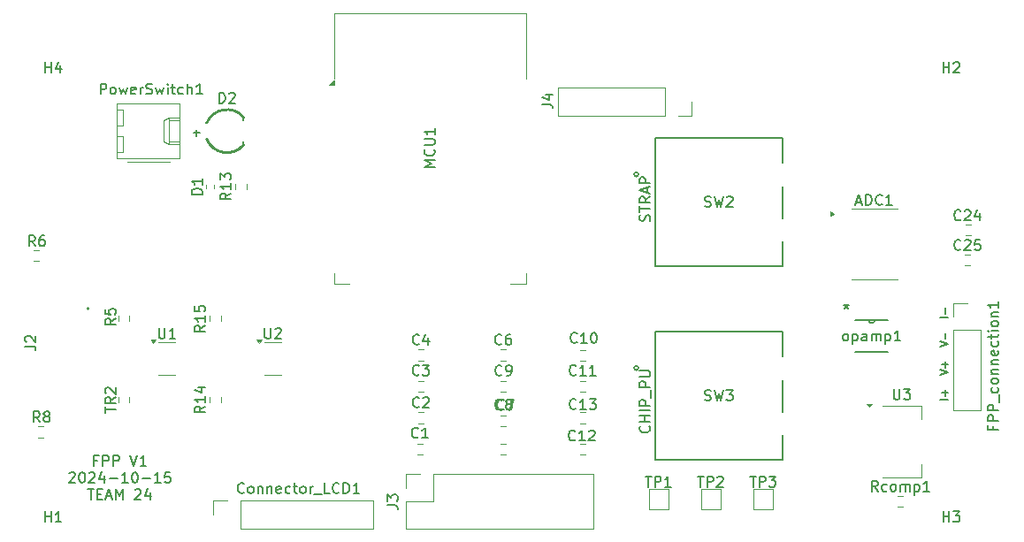
<source format=gbr>
%TF.GenerationSoftware,KiCad,Pcbnew,8.0.4*%
%TF.CreationDate,2024-10-15T03:41:12-05:00*%
%TF.ProjectId,FPP_10_8,4650505f-3130-45f3-982e-6b696361645f,rev?*%
%TF.SameCoordinates,Original*%
%TF.FileFunction,Legend,Top*%
%TF.FilePolarity,Positive*%
%FSLAX46Y46*%
G04 Gerber Fmt 4.6, Leading zero omitted, Abs format (unit mm)*
G04 Created by KiCad (PCBNEW 8.0.4) date 2024-10-15 03:41:12*
%MOMM*%
%LPD*%
G01*
G04 APERTURE LIST*
%ADD10C,0.150000*%
%ADD11C,0.187500*%
%ADD12C,0.152400*%
%ADD13C,0.120000*%
%ADD14C,0.220000*%
%ADD15C,0.200000*%
G04 APERTURE END LIST*
D10*
X113007142Y-103676121D02*
X112673809Y-103676121D01*
X112673809Y-104199931D02*
X112673809Y-103199931D01*
X112673809Y-103199931D02*
X113149999Y-103199931D01*
X113530952Y-104199931D02*
X113530952Y-103199931D01*
X113530952Y-103199931D02*
X113911904Y-103199931D01*
X113911904Y-103199931D02*
X114007142Y-103247550D01*
X114007142Y-103247550D02*
X114054761Y-103295169D01*
X114054761Y-103295169D02*
X114102380Y-103390407D01*
X114102380Y-103390407D02*
X114102380Y-103533264D01*
X114102380Y-103533264D02*
X114054761Y-103628502D01*
X114054761Y-103628502D02*
X114007142Y-103676121D01*
X114007142Y-103676121D02*
X113911904Y-103723740D01*
X113911904Y-103723740D02*
X113530952Y-103723740D01*
X114530952Y-104199931D02*
X114530952Y-103199931D01*
X114530952Y-103199931D02*
X114911904Y-103199931D01*
X114911904Y-103199931D02*
X115007142Y-103247550D01*
X115007142Y-103247550D02*
X115054761Y-103295169D01*
X115054761Y-103295169D02*
X115102380Y-103390407D01*
X115102380Y-103390407D02*
X115102380Y-103533264D01*
X115102380Y-103533264D02*
X115054761Y-103628502D01*
X115054761Y-103628502D02*
X115007142Y-103676121D01*
X115007142Y-103676121D02*
X114911904Y-103723740D01*
X114911904Y-103723740D02*
X114530952Y-103723740D01*
X116150000Y-103199931D02*
X116483333Y-104199931D01*
X116483333Y-104199931D02*
X116816666Y-103199931D01*
X117673809Y-104199931D02*
X117102381Y-104199931D01*
X117388095Y-104199931D02*
X117388095Y-103199931D01*
X117388095Y-103199931D02*
X117292857Y-103342788D01*
X117292857Y-103342788D02*
X117197619Y-103438026D01*
X117197619Y-103438026D02*
X117102381Y-103485645D01*
X110292857Y-104905113D02*
X110340476Y-104857494D01*
X110340476Y-104857494D02*
X110435714Y-104809875D01*
X110435714Y-104809875D02*
X110673809Y-104809875D01*
X110673809Y-104809875D02*
X110769047Y-104857494D01*
X110769047Y-104857494D02*
X110816666Y-104905113D01*
X110816666Y-104905113D02*
X110864285Y-105000351D01*
X110864285Y-105000351D02*
X110864285Y-105095589D01*
X110864285Y-105095589D02*
X110816666Y-105238446D01*
X110816666Y-105238446D02*
X110245238Y-105809875D01*
X110245238Y-105809875D02*
X110864285Y-105809875D01*
X111483333Y-104809875D02*
X111578571Y-104809875D01*
X111578571Y-104809875D02*
X111673809Y-104857494D01*
X111673809Y-104857494D02*
X111721428Y-104905113D01*
X111721428Y-104905113D02*
X111769047Y-105000351D01*
X111769047Y-105000351D02*
X111816666Y-105190827D01*
X111816666Y-105190827D02*
X111816666Y-105428922D01*
X111816666Y-105428922D02*
X111769047Y-105619398D01*
X111769047Y-105619398D02*
X111721428Y-105714636D01*
X111721428Y-105714636D02*
X111673809Y-105762256D01*
X111673809Y-105762256D02*
X111578571Y-105809875D01*
X111578571Y-105809875D02*
X111483333Y-105809875D01*
X111483333Y-105809875D02*
X111388095Y-105762256D01*
X111388095Y-105762256D02*
X111340476Y-105714636D01*
X111340476Y-105714636D02*
X111292857Y-105619398D01*
X111292857Y-105619398D02*
X111245238Y-105428922D01*
X111245238Y-105428922D02*
X111245238Y-105190827D01*
X111245238Y-105190827D02*
X111292857Y-105000351D01*
X111292857Y-105000351D02*
X111340476Y-104905113D01*
X111340476Y-104905113D02*
X111388095Y-104857494D01*
X111388095Y-104857494D02*
X111483333Y-104809875D01*
X112197619Y-104905113D02*
X112245238Y-104857494D01*
X112245238Y-104857494D02*
X112340476Y-104809875D01*
X112340476Y-104809875D02*
X112578571Y-104809875D01*
X112578571Y-104809875D02*
X112673809Y-104857494D01*
X112673809Y-104857494D02*
X112721428Y-104905113D01*
X112721428Y-104905113D02*
X112769047Y-105000351D01*
X112769047Y-105000351D02*
X112769047Y-105095589D01*
X112769047Y-105095589D02*
X112721428Y-105238446D01*
X112721428Y-105238446D02*
X112150000Y-105809875D01*
X112150000Y-105809875D02*
X112769047Y-105809875D01*
X113626190Y-105143208D02*
X113626190Y-105809875D01*
X113388095Y-104762256D02*
X113150000Y-105476541D01*
X113150000Y-105476541D02*
X113769047Y-105476541D01*
X114150000Y-105428922D02*
X114911905Y-105428922D01*
X115911904Y-105809875D02*
X115340476Y-105809875D01*
X115626190Y-105809875D02*
X115626190Y-104809875D01*
X115626190Y-104809875D02*
X115530952Y-104952732D01*
X115530952Y-104952732D02*
X115435714Y-105047970D01*
X115435714Y-105047970D02*
X115340476Y-105095589D01*
X116530952Y-104809875D02*
X116626190Y-104809875D01*
X116626190Y-104809875D02*
X116721428Y-104857494D01*
X116721428Y-104857494D02*
X116769047Y-104905113D01*
X116769047Y-104905113D02*
X116816666Y-105000351D01*
X116816666Y-105000351D02*
X116864285Y-105190827D01*
X116864285Y-105190827D02*
X116864285Y-105428922D01*
X116864285Y-105428922D02*
X116816666Y-105619398D01*
X116816666Y-105619398D02*
X116769047Y-105714636D01*
X116769047Y-105714636D02*
X116721428Y-105762256D01*
X116721428Y-105762256D02*
X116626190Y-105809875D01*
X116626190Y-105809875D02*
X116530952Y-105809875D01*
X116530952Y-105809875D02*
X116435714Y-105762256D01*
X116435714Y-105762256D02*
X116388095Y-105714636D01*
X116388095Y-105714636D02*
X116340476Y-105619398D01*
X116340476Y-105619398D02*
X116292857Y-105428922D01*
X116292857Y-105428922D02*
X116292857Y-105190827D01*
X116292857Y-105190827D02*
X116340476Y-105000351D01*
X116340476Y-105000351D02*
X116388095Y-104905113D01*
X116388095Y-104905113D02*
X116435714Y-104857494D01*
X116435714Y-104857494D02*
X116530952Y-104809875D01*
X117292857Y-105428922D02*
X118054762Y-105428922D01*
X119054761Y-105809875D02*
X118483333Y-105809875D01*
X118769047Y-105809875D02*
X118769047Y-104809875D01*
X118769047Y-104809875D02*
X118673809Y-104952732D01*
X118673809Y-104952732D02*
X118578571Y-105047970D01*
X118578571Y-105047970D02*
X118483333Y-105095589D01*
X119959523Y-104809875D02*
X119483333Y-104809875D01*
X119483333Y-104809875D02*
X119435714Y-105286065D01*
X119435714Y-105286065D02*
X119483333Y-105238446D01*
X119483333Y-105238446D02*
X119578571Y-105190827D01*
X119578571Y-105190827D02*
X119816666Y-105190827D01*
X119816666Y-105190827D02*
X119911904Y-105238446D01*
X119911904Y-105238446D02*
X119959523Y-105286065D01*
X119959523Y-105286065D02*
X120007142Y-105381303D01*
X120007142Y-105381303D02*
X120007142Y-105619398D01*
X120007142Y-105619398D02*
X119959523Y-105714636D01*
X119959523Y-105714636D02*
X119911904Y-105762256D01*
X119911904Y-105762256D02*
X119816666Y-105809875D01*
X119816666Y-105809875D02*
X119578571Y-105809875D01*
X119578571Y-105809875D02*
X119483333Y-105762256D01*
X119483333Y-105762256D02*
X119435714Y-105714636D01*
X112078571Y-106419819D02*
X112649999Y-106419819D01*
X112364285Y-107419819D02*
X112364285Y-106419819D01*
X112983333Y-106896009D02*
X113316666Y-106896009D01*
X113459523Y-107419819D02*
X112983333Y-107419819D01*
X112983333Y-107419819D02*
X112983333Y-106419819D01*
X112983333Y-106419819D02*
X113459523Y-106419819D01*
X113840476Y-107134104D02*
X114316666Y-107134104D01*
X113745238Y-107419819D02*
X114078571Y-106419819D01*
X114078571Y-106419819D02*
X114411904Y-107419819D01*
X114745238Y-107419819D02*
X114745238Y-106419819D01*
X114745238Y-106419819D02*
X115078571Y-107134104D01*
X115078571Y-107134104D02*
X115411904Y-106419819D01*
X115411904Y-106419819D02*
X115411904Y-107419819D01*
X116602381Y-106515057D02*
X116650000Y-106467438D01*
X116650000Y-106467438D02*
X116745238Y-106419819D01*
X116745238Y-106419819D02*
X116983333Y-106419819D01*
X116983333Y-106419819D02*
X117078571Y-106467438D01*
X117078571Y-106467438D02*
X117126190Y-106515057D01*
X117126190Y-106515057D02*
X117173809Y-106610295D01*
X117173809Y-106610295D02*
X117173809Y-106705533D01*
X117173809Y-106705533D02*
X117126190Y-106848390D01*
X117126190Y-106848390D02*
X116554762Y-107419819D01*
X116554762Y-107419819D02*
X117173809Y-107419819D01*
X118030952Y-106753152D02*
X118030952Y-107419819D01*
X117792857Y-106372200D02*
X117554762Y-107086485D01*
X117554762Y-107086485D02*
X118173809Y-107086485D01*
X165824580Y-100391792D02*
X165872200Y-100439411D01*
X165872200Y-100439411D02*
X165919819Y-100582268D01*
X165919819Y-100582268D02*
X165919819Y-100677506D01*
X165919819Y-100677506D02*
X165872200Y-100820363D01*
X165872200Y-100820363D02*
X165776961Y-100915601D01*
X165776961Y-100915601D02*
X165681723Y-100963220D01*
X165681723Y-100963220D02*
X165491247Y-101010839D01*
X165491247Y-101010839D02*
X165348390Y-101010839D01*
X165348390Y-101010839D02*
X165157914Y-100963220D01*
X165157914Y-100963220D02*
X165062676Y-100915601D01*
X165062676Y-100915601D02*
X164967438Y-100820363D01*
X164967438Y-100820363D02*
X164919819Y-100677506D01*
X164919819Y-100677506D02*
X164919819Y-100582268D01*
X164919819Y-100582268D02*
X164967438Y-100439411D01*
X164967438Y-100439411D02*
X165015057Y-100391792D01*
X165919819Y-99963220D02*
X164919819Y-99963220D01*
X165396009Y-99963220D02*
X165396009Y-99391792D01*
X165919819Y-99391792D02*
X164919819Y-99391792D01*
X165919819Y-98915601D02*
X164919819Y-98915601D01*
X165919819Y-98439411D02*
X164919819Y-98439411D01*
X164919819Y-98439411D02*
X164919819Y-98058459D01*
X164919819Y-98058459D02*
X164967438Y-97963221D01*
X164967438Y-97963221D02*
X165015057Y-97915602D01*
X165015057Y-97915602D02*
X165110295Y-97867983D01*
X165110295Y-97867983D02*
X165253152Y-97867983D01*
X165253152Y-97867983D02*
X165348390Y-97915602D01*
X165348390Y-97915602D02*
X165396009Y-97963221D01*
X165396009Y-97963221D02*
X165443628Y-98058459D01*
X165443628Y-98058459D02*
X165443628Y-98439411D01*
X166015057Y-97677507D02*
X166015057Y-96915602D01*
X165919819Y-96677506D02*
X164919819Y-96677506D01*
X164919819Y-96677506D02*
X164919819Y-96296554D01*
X164919819Y-96296554D02*
X164967438Y-96201316D01*
X164967438Y-96201316D02*
X165015057Y-96153697D01*
X165015057Y-96153697D02*
X165110295Y-96106078D01*
X165110295Y-96106078D02*
X165253152Y-96106078D01*
X165253152Y-96106078D02*
X165348390Y-96153697D01*
X165348390Y-96153697D02*
X165396009Y-96201316D01*
X165396009Y-96201316D02*
X165443628Y-96296554D01*
X165443628Y-96296554D02*
X165443628Y-96677506D01*
X164919819Y-95677506D02*
X165729342Y-95677506D01*
X165729342Y-95677506D02*
X165824580Y-95629887D01*
X165824580Y-95629887D02*
X165872200Y-95582268D01*
X165872200Y-95582268D02*
X165919819Y-95487030D01*
X165919819Y-95487030D02*
X165919819Y-95296554D01*
X165919819Y-95296554D02*
X165872200Y-95201316D01*
X165872200Y-95201316D02*
X165824580Y-95153697D01*
X165824580Y-95153697D02*
X165729342Y-95106078D01*
X165729342Y-95106078D02*
X164919819Y-95106078D01*
X165872200Y-80760839D02*
X165919819Y-80617982D01*
X165919819Y-80617982D02*
X165919819Y-80379887D01*
X165919819Y-80379887D02*
X165872200Y-80284649D01*
X165872200Y-80284649D02*
X165824580Y-80237030D01*
X165824580Y-80237030D02*
X165729342Y-80189411D01*
X165729342Y-80189411D02*
X165634104Y-80189411D01*
X165634104Y-80189411D02*
X165538866Y-80237030D01*
X165538866Y-80237030D02*
X165491247Y-80284649D01*
X165491247Y-80284649D02*
X165443628Y-80379887D01*
X165443628Y-80379887D02*
X165396009Y-80570363D01*
X165396009Y-80570363D02*
X165348390Y-80665601D01*
X165348390Y-80665601D02*
X165300771Y-80713220D01*
X165300771Y-80713220D02*
X165205533Y-80760839D01*
X165205533Y-80760839D02*
X165110295Y-80760839D01*
X165110295Y-80760839D02*
X165015057Y-80713220D01*
X165015057Y-80713220D02*
X164967438Y-80665601D01*
X164967438Y-80665601D02*
X164919819Y-80570363D01*
X164919819Y-80570363D02*
X164919819Y-80332268D01*
X164919819Y-80332268D02*
X164967438Y-80189411D01*
X164919819Y-79903696D02*
X164919819Y-79332268D01*
X165919819Y-79617982D02*
X164919819Y-79617982D01*
X165919819Y-78427506D02*
X165443628Y-78760839D01*
X165919819Y-78998934D02*
X164919819Y-78998934D01*
X164919819Y-78998934D02*
X164919819Y-78617982D01*
X164919819Y-78617982D02*
X164967438Y-78522744D01*
X164967438Y-78522744D02*
X165015057Y-78475125D01*
X165015057Y-78475125D02*
X165110295Y-78427506D01*
X165110295Y-78427506D02*
X165253152Y-78427506D01*
X165253152Y-78427506D02*
X165348390Y-78475125D01*
X165348390Y-78475125D02*
X165396009Y-78522744D01*
X165396009Y-78522744D02*
X165443628Y-78617982D01*
X165443628Y-78617982D02*
X165443628Y-78998934D01*
X165634104Y-78046553D02*
X165634104Y-77570363D01*
X165919819Y-78141791D02*
X164919819Y-77808458D01*
X164919819Y-77808458D02*
X165919819Y-77475125D01*
X165919819Y-77141791D02*
X164919819Y-77141791D01*
X164919819Y-77141791D02*
X164919819Y-76760839D01*
X164919819Y-76760839D02*
X164967438Y-76665601D01*
X164967438Y-76665601D02*
X165015057Y-76617982D01*
X165015057Y-76617982D02*
X165110295Y-76570363D01*
X165110295Y-76570363D02*
X165253152Y-76570363D01*
X165253152Y-76570363D02*
X165348390Y-76617982D01*
X165348390Y-76617982D02*
X165396009Y-76665601D01*
X165396009Y-76665601D02*
X165443628Y-76760839D01*
X165443628Y-76760839D02*
X165443628Y-77141791D01*
D11*
X194448464Y-97848073D02*
X193698464Y-97848073D01*
X194162750Y-97490930D02*
X194162750Y-96919502D01*
X194448464Y-97205216D02*
X193877035Y-97205216D01*
X193698464Y-95526644D02*
X194448464Y-95276644D01*
X194448464Y-95276644D02*
X193698464Y-95026644D01*
X194162750Y-94776644D02*
X194162750Y-94205216D01*
X194448464Y-94490930D02*
X193877035Y-94490930D01*
X193698464Y-92812358D02*
X194448464Y-92562358D01*
X194448464Y-92562358D02*
X193698464Y-92312358D01*
X194162750Y-92062358D02*
X194162750Y-91490930D01*
X194448464Y-89990929D02*
X193698464Y-89990929D01*
X194162750Y-89633786D02*
X194162750Y-89062358D01*
D10*
X171160667Y-79357200D02*
X171303524Y-79404819D01*
X171303524Y-79404819D02*
X171541619Y-79404819D01*
X171541619Y-79404819D02*
X171636857Y-79357200D01*
X171636857Y-79357200D02*
X171684476Y-79309580D01*
X171684476Y-79309580D02*
X171732095Y-79214342D01*
X171732095Y-79214342D02*
X171732095Y-79119104D01*
X171732095Y-79119104D02*
X171684476Y-79023866D01*
X171684476Y-79023866D02*
X171636857Y-78976247D01*
X171636857Y-78976247D02*
X171541619Y-78928628D01*
X171541619Y-78928628D02*
X171351143Y-78881009D01*
X171351143Y-78881009D02*
X171255905Y-78833390D01*
X171255905Y-78833390D02*
X171208286Y-78785771D01*
X171208286Y-78785771D02*
X171160667Y-78690533D01*
X171160667Y-78690533D02*
X171160667Y-78595295D01*
X171160667Y-78595295D02*
X171208286Y-78500057D01*
X171208286Y-78500057D02*
X171255905Y-78452438D01*
X171255905Y-78452438D02*
X171351143Y-78404819D01*
X171351143Y-78404819D02*
X171589238Y-78404819D01*
X171589238Y-78404819D02*
X171732095Y-78452438D01*
X172065429Y-78404819D02*
X172303524Y-79404819D01*
X172303524Y-79404819D02*
X172494000Y-78690533D01*
X172494000Y-78690533D02*
X172684476Y-79404819D01*
X172684476Y-79404819D02*
X172922572Y-78404819D01*
X173255905Y-78500057D02*
X173303524Y-78452438D01*
X173303524Y-78452438D02*
X173398762Y-78404819D01*
X173398762Y-78404819D02*
X173636857Y-78404819D01*
X173636857Y-78404819D02*
X173732095Y-78452438D01*
X173732095Y-78452438D02*
X173779714Y-78500057D01*
X173779714Y-78500057D02*
X173827333Y-78595295D01*
X173827333Y-78595295D02*
X173827333Y-78690533D01*
X173827333Y-78690533D02*
X173779714Y-78833390D01*
X173779714Y-78833390D02*
X173208286Y-79404819D01*
X173208286Y-79404819D02*
X173827333Y-79404819D01*
X171160667Y-97907200D02*
X171303524Y-97954819D01*
X171303524Y-97954819D02*
X171541619Y-97954819D01*
X171541619Y-97954819D02*
X171636857Y-97907200D01*
X171636857Y-97907200D02*
X171684476Y-97859580D01*
X171684476Y-97859580D02*
X171732095Y-97764342D01*
X171732095Y-97764342D02*
X171732095Y-97669104D01*
X171732095Y-97669104D02*
X171684476Y-97573866D01*
X171684476Y-97573866D02*
X171636857Y-97526247D01*
X171636857Y-97526247D02*
X171541619Y-97478628D01*
X171541619Y-97478628D02*
X171351143Y-97431009D01*
X171351143Y-97431009D02*
X171255905Y-97383390D01*
X171255905Y-97383390D02*
X171208286Y-97335771D01*
X171208286Y-97335771D02*
X171160667Y-97240533D01*
X171160667Y-97240533D02*
X171160667Y-97145295D01*
X171160667Y-97145295D02*
X171208286Y-97050057D01*
X171208286Y-97050057D02*
X171255905Y-97002438D01*
X171255905Y-97002438D02*
X171351143Y-96954819D01*
X171351143Y-96954819D02*
X171589238Y-96954819D01*
X171589238Y-96954819D02*
X171732095Y-97002438D01*
X172065429Y-96954819D02*
X172303524Y-97954819D01*
X172303524Y-97954819D02*
X172494000Y-97240533D01*
X172494000Y-97240533D02*
X172684476Y-97954819D01*
X172684476Y-97954819D02*
X172922572Y-96954819D01*
X173208286Y-96954819D02*
X173827333Y-96954819D01*
X173827333Y-96954819D02*
X173494000Y-97335771D01*
X173494000Y-97335771D02*
X173636857Y-97335771D01*
X173636857Y-97335771D02*
X173732095Y-97383390D01*
X173732095Y-97383390D02*
X173779714Y-97431009D01*
X173779714Y-97431009D02*
X173827333Y-97526247D01*
X173827333Y-97526247D02*
X173827333Y-97764342D01*
X173827333Y-97764342D02*
X173779714Y-97859580D01*
X173779714Y-97859580D02*
X173732095Y-97907200D01*
X173732095Y-97907200D02*
X173636857Y-97954819D01*
X173636857Y-97954819D02*
X173351143Y-97954819D01*
X173351143Y-97954819D02*
X173255905Y-97907200D01*
X173255905Y-97907200D02*
X173208286Y-97859580D01*
X175488095Y-105206819D02*
X176059523Y-105206819D01*
X175773809Y-106206819D02*
X175773809Y-105206819D01*
X176392857Y-106206819D02*
X176392857Y-105206819D01*
X176392857Y-105206819D02*
X176773809Y-105206819D01*
X176773809Y-105206819D02*
X176869047Y-105254438D01*
X176869047Y-105254438D02*
X176916666Y-105302057D01*
X176916666Y-105302057D02*
X176964285Y-105397295D01*
X176964285Y-105397295D02*
X176964285Y-105540152D01*
X176964285Y-105540152D02*
X176916666Y-105635390D01*
X176916666Y-105635390D02*
X176869047Y-105683009D01*
X176869047Y-105683009D02*
X176773809Y-105730628D01*
X176773809Y-105730628D02*
X176392857Y-105730628D01*
X177297619Y-105206819D02*
X177916666Y-105206819D01*
X177916666Y-105206819D02*
X177583333Y-105587771D01*
X177583333Y-105587771D02*
X177726190Y-105587771D01*
X177726190Y-105587771D02*
X177821428Y-105635390D01*
X177821428Y-105635390D02*
X177869047Y-105683009D01*
X177869047Y-105683009D02*
X177916666Y-105778247D01*
X177916666Y-105778247D02*
X177916666Y-106016342D01*
X177916666Y-106016342D02*
X177869047Y-106111580D01*
X177869047Y-106111580D02*
X177821428Y-106159200D01*
X177821428Y-106159200D02*
X177726190Y-106206819D01*
X177726190Y-106206819D02*
X177440476Y-106206819D01*
X177440476Y-106206819D02*
X177345238Y-106159200D01*
X177345238Y-106159200D02*
X177297619Y-106111580D01*
X170488095Y-105206819D02*
X171059523Y-105206819D01*
X170773809Y-106206819D02*
X170773809Y-105206819D01*
X171392857Y-106206819D02*
X171392857Y-105206819D01*
X171392857Y-105206819D02*
X171773809Y-105206819D01*
X171773809Y-105206819D02*
X171869047Y-105254438D01*
X171869047Y-105254438D02*
X171916666Y-105302057D01*
X171916666Y-105302057D02*
X171964285Y-105397295D01*
X171964285Y-105397295D02*
X171964285Y-105540152D01*
X171964285Y-105540152D02*
X171916666Y-105635390D01*
X171916666Y-105635390D02*
X171869047Y-105683009D01*
X171869047Y-105683009D02*
X171773809Y-105730628D01*
X171773809Y-105730628D02*
X171392857Y-105730628D01*
X172345238Y-105302057D02*
X172392857Y-105254438D01*
X172392857Y-105254438D02*
X172488095Y-105206819D01*
X172488095Y-105206819D02*
X172726190Y-105206819D01*
X172726190Y-105206819D02*
X172821428Y-105254438D01*
X172821428Y-105254438D02*
X172869047Y-105302057D01*
X172869047Y-105302057D02*
X172916666Y-105397295D01*
X172916666Y-105397295D02*
X172916666Y-105492533D01*
X172916666Y-105492533D02*
X172869047Y-105635390D01*
X172869047Y-105635390D02*
X172297619Y-106206819D01*
X172297619Y-106206819D02*
X172916666Y-106206819D01*
X165488095Y-105206819D02*
X166059523Y-105206819D01*
X165773809Y-106206819D02*
X165773809Y-105206819D01*
X166392857Y-106206819D02*
X166392857Y-105206819D01*
X166392857Y-105206819D02*
X166773809Y-105206819D01*
X166773809Y-105206819D02*
X166869047Y-105254438D01*
X166869047Y-105254438D02*
X166916666Y-105302057D01*
X166916666Y-105302057D02*
X166964285Y-105397295D01*
X166964285Y-105397295D02*
X166964285Y-105540152D01*
X166964285Y-105540152D02*
X166916666Y-105635390D01*
X166916666Y-105635390D02*
X166869047Y-105683009D01*
X166869047Y-105683009D02*
X166773809Y-105730628D01*
X166773809Y-105730628D02*
X166392857Y-105730628D01*
X167916666Y-106206819D02*
X167345238Y-106206819D01*
X167630952Y-106206819D02*
X167630952Y-105206819D01*
X167630952Y-105206819D02*
X167535714Y-105349676D01*
X167535714Y-105349676D02*
X167440476Y-105444914D01*
X167440476Y-105444914D02*
X167345238Y-105492533D01*
X107988095Y-66554819D02*
X107988095Y-65554819D01*
X107988095Y-66031009D02*
X108559523Y-66031009D01*
X108559523Y-66554819D02*
X108559523Y-65554819D01*
X109464285Y-65888152D02*
X109464285Y-66554819D01*
X109226190Y-65507200D02*
X108988095Y-66221485D01*
X108988095Y-66221485D02*
X109607142Y-66221485D01*
X193988095Y-109554819D02*
X193988095Y-108554819D01*
X193988095Y-109031009D02*
X194559523Y-109031009D01*
X194559523Y-109554819D02*
X194559523Y-108554819D01*
X194940476Y-108554819D02*
X195559523Y-108554819D01*
X195559523Y-108554819D02*
X195226190Y-108935771D01*
X195226190Y-108935771D02*
X195369047Y-108935771D01*
X195369047Y-108935771D02*
X195464285Y-108983390D01*
X195464285Y-108983390D02*
X195511904Y-109031009D01*
X195511904Y-109031009D02*
X195559523Y-109126247D01*
X195559523Y-109126247D02*
X195559523Y-109364342D01*
X195559523Y-109364342D02*
X195511904Y-109459580D01*
X195511904Y-109459580D02*
X195464285Y-109507200D01*
X195464285Y-109507200D02*
X195369047Y-109554819D01*
X195369047Y-109554819D02*
X195083333Y-109554819D01*
X195083333Y-109554819D02*
X194988095Y-109507200D01*
X194988095Y-109507200D02*
X194940476Y-109459580D01*
X193988095Y-66554819D02*
X193988095Y-65554819D01*
X193988095Y-66031009D02*
X194559523Y-66031009D01*
X194559523Y-66554819D02*
X194559523Y-65554819D01*
X194988095Y-65650057D02*
X195035714Y-65602438D01*
X195035714Y-65602438D02*
X195130952Y-65554819D01*
X195130952Y-65554819D02*
X195369047Y-65554819D01*
X195369047Y-65554819D02*
X195464285Y-65602438D01*
X195464285Y-65602438D02*
X195511904Y-65650057D01*
X195511904Y-65650057D02*
X195559523Y-65745295D01*
X195559523Y-65745295D02*
X195559523Y-65840533D01*
X195559523Y-65840533D02*
X195511904Y-65983390D01*
X195511904Y-65983390D02*
X194940476Y-66554819D01*
X194940476Y-66554819D02*
X195559523Y-66554819D01*
X107988095Y-109554819D02*
X107988095Y-108554819D01*
X107988095Y-109031009D02*
X108559523Y-109031009D01*
X108559523Y-109554819D02*
X108559523Y-108554819D01*
X109559523Y-109554819D02*
X108988095Y-109554819D01*
X109273809Y-109554819D02*
X109273809Y-108554819D01*
X109273809Y-108554819D02*
X109178571Y-108697676D01*
X109178571Y-108697676D02*
X109083333Y-108792914D01*
X109083333Y-108792914D02*
X108988095Y-108840533D01*
X195655142Y-83453582D02*
X195607523Y-83501202D01*
X195607523Y-83501202D02*
X195464666Y-83548821D01*
X195464666Y-83548821D02*
X195369428Y-83548821D01*
X195369428Y-83548821D02*
X195226571Y-83501202D01*
X195226571Y-83501202D02*
X195131333Y-83405963D01*
X195131333Y-83405963D02*
X195083714Y-83310725D01*
X195083714Y-83310725D02*
X195036095Y-83120249D01*
X195036095Y-83120249D02*
X195036095Y-82977392D01*
X195036095Y-82977392D02*
X195083714Y-82786916D01*
X195083714Y-82786916D02*
X195131333Y-82691678D01*
X195131333Y-82691678D02*
X195226571Y-82596440D01*
X195226571Y-82596440D02*
X195369428Y-82548821D01*
X195369428Y-82548821D02*
X195464666Y-82548821D01*
X195464666Y-82548821D02*
X195607523Y-82596440D01*
X195607523Y-82596440D02*
X195655142Y-82644059D01*
X196036095Y-82644059D02*
X196083714Y-82596440D01*
X196083714Y-82596440D02*
X196178952Y-82548821D01*
X196178952Y-82548821D02*
X196417047Y-82548821D01*
X196417047Y-82548821D02*
X196512285Y-82596440D01*
X196512285Y-82596440D02*
X196559904Y-82644059D01*
X196559904Y-82644059D02*
X196607523Y-82739297D01*
X196607523Y-82739297D02*
X196607523Y-82834535D01*
X196607523Y-82834535D02*
X196559904Y-82977392D01*
X196559904Y-82977392D02*
X195988476Y-83548821D01*
X195988476Y-83548821D02*
X196607523Y-83548821D01*
X197512285Y-82548821D02*
X197036095Y-82548821D01*
X197036095Y-82548821D02*
X196988476Y-83025011D01*
X196988476Y-83025011D02*
X197036095Y-82977392D01*
X197036095Y-82977392D02*
X197131333Y-82929773D01*
X197131333Y-82929773D02*
X197369428Y-82929773D01*
X197369428Y-82929773D02*
X197464666Y-82977392D01*
X197464666Y-82977392D02*
X197512285Y-83025011D01*
X197512285Y-83025011D02*
X197559904Y-83120249D01*
X197559904Y-83120249D02*
X197559904Y-83358344D01*
X197559904Y-83358344D02*
X197512285Y-83453582D01*
X197512285Y-83453582D02*
X197464666Y-83501202D01*
X197464666Y-83501202D02*
X197369428Y-83548821D01*
X197369428Y-83548821D02*
X197131333Y-83548821D01*
X197131333Y-83548821D02*
X197036095Y-83501202D01*
X197036095Y-83501202D02*
X196988476Y-83453582D01*
X195655142Y-80603582D02*
X195607523Y-80651202D01*
X195607523Y-80651202D02*
X195464666Y-80698821D01*
X195464666Y-80698821D02*
X195369428Y-80698821D01*
X195369428Y-80698821D02*
X195226571Y-80651202D01*
X195226571Y-80651202D02*
X195131333Y-80555963D01*
X195131333Y-80555963D02*
X195083714Y-80460725D01*
X195083714Y-80460725D02*
X195036095Y-80270249D01*
X195036095Y-80270249D02*
X195036095Y-80127392D01*
X195036095Y-80127392D02*
X195083714Y-79936916D01*
X195083714Y-79936916D02*
X195131333Y-79841678D01*
X195131333Y-79841678D02*
X195226571Y-79746440D01*
X195226571Y-79746440D02*
X195369428Y-79698821D01*
X195369428Y-79698821D02*
X195464666Y-79698821D01*
X195464666Y-79698821D02*
X195607523Y-79746440D01*
X195607523Y-79746440D02*
X195655142Y-79794059D01*
X196036095Y-79794059D02*
X196083714Y-79746440D01*
X196083714Y-79746440D02*
X196178952Y-79698821D01*
X196178952Y-79698821D02*
X196417047Y-79698821D01*
X196417047Y-79698821D02*
X196512285Y-79746440D01*
X196512285Y-79746440D02*
X196559904Y-79794059D01*
X196559904Y-79794059D02*
X196607523Y-79889297D01*
X196607523Y-79889297D02*
X196607523Y-79984535D01*
X196607523Y-79984535D02*
X196559904Y-80127392D01*
X196559904Y-80127392D02*
X195988476Y-80698821D01*
X195988476Y-80698821D02*
X196607523Y-80698821D01*
X197464666Y-80032154D02*
X197464666Y-80698821D01*
X197226571Y-79651202D02*
X196988476Y-80365487D01*
X196988476Y-80365487D02*
X197607523Y-80365487D01*
X155604819Y-69583333D02*
X156319104Y-69583333D01*
X156319104Y-69583333D02*
X156461961Y-69630952D01*
X156461961Y-69630952D02*
X156557200Y-69726190D01*
X156557200Y-69726190D02*
X156604819Y-69869047D01*
X156604819Y-69869047D02*
X156604819Y-69964285D01*
X155938152Y-68678571D02*
X156604819Y-68678571D01*
X155557200Y-68916666D02*
X156271485Y-69154761D01*
X156271485Y-69154761D02*
X156271485Y-68535714D01*
X151904833Y-98760580D02*
X151857214Y-98808200D01*
X151857214Y-98808200D02*
X151714357Y-98855819D01*
X151714357Y-98855819D02*
X151619119Y-98855819D01*
X151619119Y-98855819D02*
X151476262Y-98808200D01*
X151476262Y-98808200D02*
X151381024Y-98712961D01*
X151381024Y-98712961D02*
X151333405Y-98617723D01*
X151333405Y-98617723D02*
X151285786Y-98427247D01*
X151285786Y-98427247D02*
X151285786Y-98284390D01*
X151285786Y-98284390D02*
X151333405Y-98093914D01*
X151333405Y-98093914D02*
X151381024Y-97998676D01*
X151381024Y-97998676D02*
X151476262Y-97903438D01*
X151476262Y-97903438D02*
X151619119Y-97855819D01*
X151619119Y-97855819D02*
X151714357Y-97855819D01*
X151714357Y-97855819D02*
X151857214Y-97903438D01*
X151857214Y-97903438D02*
X151904833Y-97951057D01*
X152238167Y-97855819D02*
X152904833Y-97855819D01*
X152904833Y-97855819D02*
X152476262Y-98855819D01*
X143797833Y-98518580D02*
X143750214Y-98566200D01*
X143750214Y-98566200D02*
X143607357Y-98613819D01*
X143607357Y-98613819D02*
X143512119Y-98613819D01*
X143512119Y-98613819D02*
X143369262Y-98566200D01*
X143369262Y-98566200D02*
X143274024Y-98470961D01*
X143274024Y-98470961D02*
X143226405Y-98375723D01*
X143226405Y-98375723D02*
X143178786Y-98185247D01*
X143178786Y-98185247D02*
X143178786Y-98042390D01*
X143178786Y-98042390D02*
X143226405Y-97851914D01*
X143226405Y-97851914D02*
X143274024Y-97756676D01*
X143274024Y-97756676D02*
X143369262Y-97661438D01*
X143369262Y-97661438D02*
X143512119Y-97613819D01*
X143512119Y-97613819D02*
X143607357Y-97613819D01*
X143607357Y-97613819D02*
X143750214Y-97661438D01*
X143750214Y-97661438D02*
X143797833Y-97709057D01*
X144178786Y-97709057D02*
X144226405Y-97661438D01*
X144226405Y-97661438D02*
X144321643Y-97613819D01*
X144321643Y-97613819D02*
X144559738Y-97613819D01*
X144559738Y-97613819D02*
X144654976Y-97661438D01*
X144654976Y-97661438D02*
X144702595Y-97709057D01*
X144702595Y-97709057D02*
X144750214Y-97804295D01*
X144750214Y-97804295D02*
X144750214Y-97899533D01*
X144750214Y-97899533D02*
X144702595Y-98042390D01*
X144702595Y-98042390D02*
X144131167Y-98613819D01*
X144131167Y-98613819D02*
X144750214Y-98613819D01*
X123314819Y-90755357D02*
X122838628Y-91088690D01*
X123314819Y-91326785D02*
X122314819Y-91326785D01*
X122314819Y-91326785D02*
X122314819Y-90945833D01*
X122314819Y-90945833D02*
X122362438Y-90850595D01*
X122362438Y-90850595D02*
X122410057Y-90802976D01*
X122410057Y-90802976D02*
X122505295Y-90755357D01*
X122505295Y-90755357D02*
X122648152Y-90755357D01*
X122648152Y-90755357D02*
X122743390Y-90802976D01*
X122743390Y-90802976D02*
X122791009Y-90850595D01*
X122791009Y-90850595D02*
X122838628Y-90945833D01*
X122838628Y-90945833D02*
X122838628Y-91326785D01*
X123314819Y-89802976D02*
X123314819Y-90374404D01*
X123314819Y-90088690D02*
X122314819Y-90088690D01*
X122314819Y-90088690D02*
X122457676Y-90183928D01*
X122457676Y-90183928D02*
X122552914Y-90279166D01*
X122552914Y-90279166D02*
X122600533Y-90374404D01*
X122314819Y-88898214D02*
X122314819Y-89374404D01*
X122314819Y-89374404D02*
X122791009Y-89422023D01*
X122791009Y-89422023D02*
X122743390Y-89374404D01*
X122743390Y-89374404D02*
X122695771Y-89279166D01*
X122695771Y-89279166D02*
X122695771Y-89041071D01*
X122695771Y-89041071D02*
X122743390Y-88945833D01*
X122743390Y-88945833D02*
X122791009Y-88898214D01*
X122791009Y-88898214D02*
X122886247Y-88850595D01*
X122886247Y-88850595D02*
X123124342Y-88850595D01*
X123124342Y-88850595D02*
X123219580Y-88898214D01*
X123219580Y-88898214D02*
X123267200Y-88945833D01*
X123267200Y-88945833D02*
X123314819Y-89041071D01*
X123314819Y-89041071D02*
X123314819Y-89279166D01*
X123314819Y-89279166D02*
X123267200Y-89374404D01*
X123267200Y-89374404D02*
X123219580Y-89422023D01*
X118890595Y-91004819D02*
X118890595Y-91814342D01*
X118890595Y-91814342D02*
X118938214Y-91909580D01*
X118938214Y-91909580D02*
X118985833Y-91957200D01*
X118985833Y-91957200D02*
X119081071Y-92004819D01*
X119081071Y-92004819D02*
X119271547Y-92004819D01*
X119271547Y-92004819D02*
X119366785Y-91957200D01*
X119366785Y-91957200D02*
X119414404Y-91909580D01*
X119414404Y-91909580D02*
X119462023Y-91814342D01*
X119462023Y-91814342D02*
X119462023Y-91004819D01*
X120462023Y-92004819D02*
X119890595Y-92004819D01*
X120176309Y-92004819D02*
X120176309Y-91004819D01*
X120176309Y-91004819D02*
X120081071Y-91147676D01*
X120081071Y-91147676D02*
X119985833Y-91242914D01*
X119985833Y-91242914D02*
X119890595Y-91290533D01*
X114744819Y-90116666D02*
X114268628Y-90449999D01*
X114744819Y-90688094D02*
X113744819Y-90688094D01*
X113744819Y-90688094D02*
X113744819Y-90307142D01*
X113744819Y-90307142D02*
X113792438Y-90211904D01*
X113792438Y-90211904D02*
X113840057Y-90164285D01*
X113840057Y-90164285D02*
X113935295Y-90116666D01*
X113935295Y-90116666D02*
X114078152Y-90116666D01*
X114078152Y-90116666D02*
X114173390Y-90164285D01*
X114173390Y-90164285D02*
X114221009Y-90211904D01*
X114221009Y-90211904D02*
X114268628Y-90307142D01*
X114268628Y-90307142D02*
X114268628Y-90688094D01*
X113744819Y-89211904D02*
X113744819Y-89688094D01*
X113744819Y-89688094D02*
X114221009Y-89735713D01*
X114221009Y-89735713D02*
X114173390Y-89688094D01*
X114173390Y-89688094D02*
X114125771Y-89592856D01*
X114125771Y-89592856D02*
X114125771Y-89354761D01*
X114125771Y-89354761D02*
X114173390Y-89259523D01*
X114173390Y-89259523D02*
X114221009Y-89211904D01*
X114221009Y-89211904D02*
X114316247Y-89164285D01*
X114316247Y-89164285D02*
X114554342Y-89164285D01*
X114554342Y-89164285D02*
X114649580Y-89211904D01*
X114649580Y-89211904D02*
X114697200Y-89259523D01*
X114697200Y-89259523D02*
X114744819Y-89354761D01*
X114744819Y-89354761D02*
X114744819Y-89592856D01*
X114744819Y-89592856D02*
X114697200Y-89688094D01*
X114697200Y-89688094D02*
X114649580Y-89735713D01*
X151699333Y-92518580D02*
X151651714Y-92566200D01*
X151651714Y-92566200D02*
X151508857Y-92613819D01*
X151508857Y-92613819D02*
X151413619Y-92613819D01*
X151413619Y-92613819D02*
X151270762Y-92566200D01*
X151270762Y-92566200D02*
X151175524Y-92470961D01*
X151175524Y-92470961D02*
X151127905Y-92375723D01*
X151127905Y-92375723D02*
X151080286Y-92185247D01*
X151080286Y-92185247D02*
X151080286Y-92042390D01*
X151080286Y-92042390D02*
X151127905Y-91851914D01*
X151127905Y-91851914D02*
X151175524Y-91756676D01*
X151175524Y-91756676D02*
X151270762Y-91661438D01*
X151270762Y-91661438D02*
X151413619Y-91613819D01*
X151413619Y-91613819D02*
X151508857Y-91613819D01*
X151508857Y-91613819D02*
X151651714Y-91661438D01*
X151651714Y-91661438D02*
X151699333Y-91709057D01*
X152556476Y-91613819D02*
X152366000Y-91613819D01*
X152366000Y-91613819D02*
X152270762Y-91661438D01*
X152270762Y-91661438D02*
X152223143Y-91709057D01*
X152223143Y-91709057D02*
X152127905Y-91851914D01*
X152127905Y-91851914D02*
X152080286Y-92042390D01*
X152080286Y-92042390D02*
X152080286Y-92423342D01*
X152080286Y-92423342D02*
X152127905Y-92518580D01*
X152127905Y-92518580D02*
X152175524Y-92566200D01*
X152175524Y-92566200D02*
X152270762Y-92613819D01*
X152270762Y-92613819D02*
X152461238Y-92613819D01*
X152461238Y-92613819D02*
X152556476Y-92566200D01*
X152556476Y-92566200D02*
X152604095Y-92518580D01*
X152604095Y-92518580D02*
X152651714Y-92423342D01*
X152651714Y-92423342D02*
X152651714Y-92185247D01*
X152651714Y-92185247D02*
X152604095Y-92090009D01*
X152604095Y-92090009D02*
X152556476Y-92042390D01*
X152556476Y-92042390D02*
X152461238Y-91994771D01*
X152461238Y-91994771D02*
X152270762Y-91994771D01*
X152270762Y-91994771D02*
X152175524Y-92042390D01*
X152175524Y-92042390D02*
X152127905Y-92090009D01*
X152127905Y-92090009D02*
X152080286Y-92185247D01*
X158922142Y-92352580D02*
X158874523Y-92400200D01*
X158874523Y-92400200D02*
X158731666Y-92447819D01*
X158731666Y-92447819D02*
X158636428Y-92447819D01*
X158636428Y-92447819D02*
X158493571Y-92400200D01*
X158493571Y-92400200D02*
X158398333Y-92304961D01*
X158398333Y-92304961D02*
X158350714Y-92209723D01*
X158350714Y-92209723D02*
X158303095Y-92019247D01*
X158303095Y-92019247D02*
X158303095Y-91876390D01*
X158303095Y-91876390D02*
X158350714Y-91685914D01*
X158350714Y-91685914D02*
X158398333Y-91590676D01*
X158398333Y-91590676D02*
X158493571Y-91495438D01*
X158493571Y-91495438D02*
X158636428Y-91447819D01*
X158636428Y-91447819D02*
X158731666Y-91447819D01*
X158731666Y-91447819D02*
X158874523Y-91495438D01*
X158874523Y-91495438D02*
X158922142Y-91543057D01*
X159874523Y-92447819D02*
X159303095Y-92447819D01*
X159588809Y-92447819D02*
X159588809Y-91447819D01*
X159588809Y-91447819D02*
X159493571Y-91590676D01*
X159493571Y-91590676D02*
X159398333Y-91685914D01*
X159398333Y-91685914D02*
X159303095Y-91733533D01*
X160493571Y-91447819D02*
X160588809Y-91447819D01*
X160588809Y-91447819D02*
X160684047Y-91495438D01*
X160684047Y-91495438D02*
X160731666Y-91543057D01*
X160731666Y-91543057D02*
X160779285Y-91638295D01*
X160779285Y-91638295D02*
X160826904Y-91828771D01*
X160826904Y-91828771D02*
X160826904Y-92066866D01*
X160826904Y-92066866D02*
X160779285Y-92257342D01*
X160779285Y-92257342D02*
X160731666Y-92352580D01*
X160731666Y-92352580D02*
X160684047Y-92400200D01*
X160684047Y-92400200D02*
X160588809Y-92447819D01*
X160588809Y-92447819D02*
X160493571Y-92447819D01*
X160493571Y-92447819D02*
X160398333Y-92400200D01*
X160398333Y-92400200D02*
X160350714Y-92352580D01*
X160350714Y-92352580D02*
X160303095Y-92257342D01*
X160303095Y-92257342D02*
X160255476Y-92066866D01*
X160255476Y-92066866D02*
X160255476Y-91828771D01*
X160255476Y-91828771D02*
X160303095Y-91638295D01*
X160303095Y-91638295D02*
X160350714Y-91543057D01*
X160350714Y-91543057D02*
X160398333Y-91495438D01*
X160398333Y-91495438D02*
X160493571Y-91447819D01*
X185665714Y-78947106D02*
X186141904Y-78947106D01*
X185570476Y-79232821D02*
X185903809Y-78232821D01*
X185903809Y-78232821D02*
X186237142Y-79232821D01*
X186570476Y-79232821D02*
X186570476Y-78232821D01*
X186570476Y-78232821D02*
X186808571Y-78232821D01*
X186808571Y-78232821D02*
X186951428Y-78280440D01*
X186951428Y-78280440D02*
X187046666Y-78375678D01*
X187046666Y-78375678D02*
X187094285Y-78470916D01*
X187094285Y-78470916D02*
X187141904Y-78661392D01*
X187141904Y-78661392D02*
X187141904Y-78804249D01*
X187141904Y-78804249D02*
X187094285Y-78994725D01*
X187094285Y-78994725D02*
X187046666Y-79089963D01*
X187046666Y-79089963D02*
X186951428Y-79185202D01*
X186951428Y-79185202D02*
X186808571Y-79232821D01*
X186808571Y-79232821D02*
X186570476Y-79232821D01*
X188141904Y-79137582D02*
X188094285Y-79185202D01*
X188094285Y-79185202D02*
X187951428Y-79232821D01*
X187951428Y-79232821D02*
X187856190Y-79232821D01*
X187856190Y-79232821D02*
X187713333Y-79185202D01*
X187713333Y-79185202D02*
X187618095Y-79089963D01*
X187618095Y-79089963D02*
X187570476Y-78994725D01*
X187570476Y-78994725D02*
X187522857Y-78804249D01*
X187522857Y-78804249D02*
X187522857Y-78661392D01*
X187522857Y-78661392D02*
X187570476Y-78470916D01*
X187570476Y-78470916D02*
X187618095Y-78375678D01*
X187618095Y-78375678D02*
X187713333Y-78280440D01*
X187713333Y-78280440D02*
X187856190Y-78232821D01*
X187856190Y-78232821D02*
X187951428Y-78232821D01*
X187951428Y-78232821D02*
X188094285Y-78280440D01*
X188094285Y-78280440D02*
X188141904Y-78328059D01*
X189094285Y-79232821D02*
X188522857Y-79232821D01*
X188808571Y-79232821D02*
X188808571Y-78232821D01*
X188808571Y-78232821D02*
X188713333Y-78375678D01*
X188713333Y-78375678D02*
X188618095Y-78470916D01*
X188618095Y-78470916D02*
X188522857Y-78518535D01*
X123030819Y-78201594D02*
X122030819Y-78201594D01*
X122030819Y-78201594D02*
X122030819Y-77963499D01*
X122030819Y-77963499D02*
X122078438Y-77820642D01*
X122078438Y-77820642D02*
X122173676Y-77725404D01*
X122173676Y-77725404D02*
X122268914Y-77677785D01*
X122268914Y-77677785D02*
X122459390Y-77630166D01*
X122459390Y-77630166D02*
X122602247Y-77630166D01*
X122602247Y-77630166D02*
X122792723Y-77677785D01*
X122792723Y-77677785D02*
X122887961Y-77725404D01*
X122887961Y-77725404D02*
X122983200Y-77820642D01*
X122983200Y-77820642D02*
X123030819Y-77963499D01*
X123030819Y-77963499D02*
X123030819Y-78201594D01*
X123030819Y-76677785D02*
X123030819Y-77249213D01*
X123030819Y-76963499D02*
X122030819Y-76963499D01*
X122030819Y-76963499D02*
X122173676Y-77058737D01*
X122173676Y-77058737D02*
X122268914Y-77153975D01*
X122268914Y-77153975D02*
X122316533Y-77249213D01*
X125770819Y-78096357D02*
X125294628Y-78429690D01*
X125770819Y-78667785D02*
X124770819Y-78667785D01*
X124770819Y-78667785D02*
X124770819Y-78286833D01*
X124770819Y-78286833D02*
X124818438Y-78191595D01*
X124818438Y-78191595D02*
X124866057Y-78143976D01*
X124866057Y-78143976D02*
X124961295Y-78096357D01*
X124961295Y-78096357D02*
X125104152Y-78096357D01*
X125104152Y-78096357D02*
X125199390Y-78143976D01*
X125199390Y-78143976D02*
X125247009Y-78191595D01*
X125247009Y-78191595D02*
X125294628Y-78286833D01*
X125294628Y-78286833D02*
X125294628Y-78667785D01*
X125770819Y-77143976D02*
X125770819Y-77715404D01*
X125770819Y-77429690D02*
X124770819Y-77429690D01*
X124770819Y-77429690D02*
X124913676Y-77524928D01*
X124913676Y-77524928D02*
X125008914Y-77620166D01*
X125008914Y-77620166D02*
X125056533Y-77715404D01*
X124770819Y-76810642D02*
X124770819Y-76191595D01*
X124770819Y-76191595D02*
X125151771Y-76524928D01*
X125151771Y-76524928D02*
X125151771Y-76382071D01*
X125151771Y-76382071D02*
X125199390Y-76286833D01*
X125199390Y-76286833D02*
X125247009Y-76239214D01*
X125247009Y-76239214D02*
X125342247Y-76191595D01*
X125342247Y-76191595D02*
X125580342Y-76191595D01*
X125580342Y-76191595D02*
X125675580Y-76239214D01*
X125675580Y-76239214D02*
X125723200Y-76286833D01*
X125723200Y-76286833D02*
X125770819Y-76382071D01*
X125770819Y-76382071D02*
X125770819Y-76667785D01*
X125770819Y-76667785D02*
X125723200Y-76763023D01*
X125723200Y-76763023D02*
X125675580Y-76810642D01*
X113744819Y-99124404D02*
X113744819Y-98552976D01*
X114744819Y-98838690D02*
X113744819Y-98838690D01*
X114744819Y-97648214D02*
X114268628Y-97981547D01*
X114744819Y-98219642D02*
X113744819Y-98219642D01*
X113744819Y-98219642D02*
X113744819Y-97838690D01*
X113744819Y-97838690D02*
X113792438Y-97743452D01*
X113792438Y-97743452D02*
X113840057Y-97695833D01*
X113840057Y-97695833D02*
X113935295Y-97648214D01*
X113935295Y-97648214D02*
X114078152Y-97648214D01*
X114078152Y-97648214D02*
X114173390Y-97695833D01*
X114173390Y-97695833D02*
X114221009Y-97743452D01*
X114221009Y-97743452D02*
X114268628Y-97838690D01*
X114268628Y-97838690D02*
X114268628Y-98219642D01*
X113840057Y-97267261D02*
X113792438Y-97219642D01*
X113792438Y-97219642D02*
X113744819Y-97124404D01*
X113744819Y-97124404D02*
X113744819Y-96886309D01*
X113744819Y-96886309D02*
X113792438Y-96791071D01*
X113792438Y-96791071D02*
X113840057Y-96743452D01*
X113840057Y-96743452D02*
X113935295Y-96695833D01*
X113935295Y-96695833D02*
X114030533Y-96695833D01*
X114030533Y-96695833D02*
X114173390Y-96743452D01*
X114173390Y-96743452D02*
X114744819Y-97314880D01*
X114744819Y-97314880D02*
X114744819Y-96695833D01*
X184556871Y-92229820D02*
X184461633Y-92182201D01*
X184461633Y-92182201D02*
X184414014Y-92134581D01*
X184414014Y-92134581D02*
X184366395Y-92039343D01*
X184366395Y-92039343D02*
X184366395Y-91753629D01*
X184366395Y-91753629D02*
X184414014Y-91658391D01*
X184414014Y-91658391D02*
X184461633Y-91610772D01*
X184461633Y-91610772D02*
X184556871Y-91563153D01*
X184556871Y-91563153D02*
X184699728Y-91563153D01*
X184699728Y-91563153D02*
X184794966Y-91610772D01*
X184794966Y-91610772D02*
X184842585Y-91658391D01*
X184842585Y-91658391D02*
X184890204Y-91753629D01*
X184890204Y-91753629D02*
X184890204Y-92039343D01*
X184890204Y-92039343D02*
X184842585Y-92134581D01*
X184842585Y-92134581D02*
X184794966Y-92182201D01*
X184794966Y-92182201D02*
X184699728Y-92229820D01*
X184699728Y-92229820D02*
X184556871Y-92229820D01*
X185318776Y-91563153D02*
X185318776Y-92563153D01*
X185318776Y-91610772D02*
X185414014Y-91563153D01*
X185414014Y-91563153D02*
X185604490Y-91563153D01*
X185604490Y-91563153D02*
X185699728Y-91610772D01*
X185699728Y-91610772D02*
X185747347Y-91658391D01*
X185747347Y-91658391D02*
X185794966Y-91753629D01*
X185794966Y-91753629D02*
X185794966Y-92039343D01*
X185794966Y-92039343D02*
X185747347Y-92134581D01*
X185747347Y-92134581D02*
X185699728Y-92182201D01*
X185699728Y-92182201D02*
X185604490Y-92229820D01*
X185604490Y-92229820D02*
X185414014Y-92229820D01*
X185414014Y-92229820D02*
X185318776Y-92182201D01*
X186652109Y-92229820D02*
X186652109Y-91706010D01*
X186652109Y-91706010D02*
X186604490Y-91610772D01*
X186604490Y-91610772D02*
X186509252Y-91563153D01*
X186509252Y-91563153D02*
X186318776Y-91563153D01*
X186318776Y-91563153D02*
X186223538Y-91610772D01*
X186652109Y-92182201D02*
X186556871Y-92229820D01*
X186556871Y-92229820D02*
X186318776Y-92229820D01*
X186318776Y-92229820D02*
X186223538Y-92182201D01*
X186223538Y-92182201D02*
X186175919Y-92086962D01*
X186175919Y-92086962D02*
X186175919Y-91991724D01*
X186175919Y-91991724D02*
X186223538Y-91896486D01*
X186223538Y-91896486D02*
X186318776Y-91848867D01*
X186318776Y-91848867D02*
X186556871Y-91848867D01*
X186556871Y-91848867D02*
X186652109Y-91801248D01*
X187128300Y-92229820D02*
X187128300Y-91563153D01*
X187128300Y-91658391D02*
X187175919Y-91610772D01*
X187175919Y-91610772D02*
X187271157Y-91563153D01*
X187271157Y-91563153D02*
X187414014Y-91563153D01*
X187414014Y-91563153D02*
X187509252Y-91610772D01*
X187509252Y-91610772D02*
X187556871Y-91706010D01*
X187556871Y-91706010D02*
X187556871Y-92229820D01*
X187556871Y-91706010D02*
X187604490Y-91610772D01*
X187604490Y-91610772D02*
X187699728Y-91563153D01*
X187699728Y-91563153D02*
X187842585Y-91563153D01*
X187842585Y-91563153D02*
X187937824Y-91610772D01*
X187937824Y-91610772D02*
X187985443Y-91706010D01*
X187985443Y-91706010D02*
X187985443Y-92229820D01*
X188461633Y-91563153D02*
X188461633Y-92563153D01*
X188461633Y-91610772D02*
X188556871Y-91563153D01*
X188556871Y-91563153D02*
X188747347Y-91563153D01*
X188747347Y-91563153D02*
X188842585Y-91610772D01*
X188842585Y-91610772D02*
X188890204Y-91658391D01*
X188890204Y-91658391D02*
X188937823Y-91753629D01*
X188937823Y-91753629D02*
X188937823Y-92039343D01*
X188937823Y-92039343D02*
X188890204Y-92134581D01*
X188890204Y-92134581D02*
X188842585Y-92182201D01*
X188842585Y-92182201D02*
X188747347Y-92229820D01*
X188747347Y-92229820D02*
X188556871Y-92229820D01*
X188556871Y-92229820D02*
X188461633Y-92182201D01*
X189890204Y-92229820D02*
X189318776Y-92229820D01*
X189604490Y-92229820D02*
X189604490Y-91229820D01*
X189604490Y-91229820D02*
X189509252Y-91372677D01*
X189509252Y-91372677D02*
X189414014Y-91467915D01*
X189414014Y-91467915D02*
X189318776Y-91515534D01*
X184702600Y-88680020D02*
X184702600Y-88918115D01*
X184464505Y-88822877D02*
X184702600Y-88918115D01*
X184702600Y-88918115D02*
X184940695Y-88822877D01*
X184559743Y-89108591D02*
X184702600Y-88918115D01*
X184702600Y-88918115D02*
X184845457Y-89108591D01*
X184702600Y-88680020D02*
X184702600Y-88918115D01*
X184464505Y-88822877D02*
X184702600Y-88918115D01*
X184702600Y-88918115D02*
X184940695Y-88822877D01*
X184559743Y-89108591D02*
X184702600Y-88918115D01*
X184702600Y-88918115D02*
X184845457Y-89108591D01*
X158734142Y-101698580D02*
X158686523Y-101746200D01*
X158686523Y-101746200D02*
X158543666Y-101793819D01*
X158543666Y-101793819D02*
X158448428Y-101793819D01*
X158448428Y-101793819D02*
X158305571Y-101746200D01*
X158305571Y-101746200D02*
X158210333Y-101650961D01*
X158210333Y-101650961D02*
X158162714Y-101555723D01*
X158162714Y-101555723D02*
X158115095Y-101365247D01*
X158115095Y-101365247D02*
X158115095Y-101222390D01*
X158115095Y-101222390D02*
X158162714Y-101031914D01*
X158162714Y-101031914D02*
X158210333Y-100936676D01*
X158210333Y-100936676D02*
X158305571Y-100841438D01*
X158305571Y-100841438D02*
X158448428Y-100793819D01*
X158448428Y-100793819D02*
X158543666Y-100793819D01*
X158543666Y-100793819D02*
X158686523Y-100841438D01*
X158686523Y-100841438D02*
X158734142Y-100889057D01*
X159686523Y-101793819D02*
X159115095Y-101793819D01*
X159400809Y-101793819D02*
X159400809Y-100793819D01*
X159400809Y-100793819D02*
X159305571Y-100936676D01*
X159305571Y-100936676D02*
X159210333Y-101031914D01*
X159210333Y-101031914D02*
X159115095Y-101079533D01*
X160067476Y-100889057D02*
X160115095Y-100841438D01*
X160115095Y-100841438D02*
X160210333Y-100793819D01*
X160210333Y-100793819D02*
X160448428Y-100793819D01*
X160448428Y-100793819D02*
X160543666Y-100841438D01*
X160543666Y-100841438D02*
X160591285Y-100889057D01*
X160591285Y-100889057D02*
X160638904Y-100984295D01*
X160638904Y-100984295D02*
X160638904Y-101079533D01*
X160638904Y-101079533D02*
X160591285Y-101222390D01*
X160591285Y-101222390D02*
X160019857Y-101793819D01*
X160019857Y-101793819D02*
X160638904Y-101793819D01*
X143710333Y-101448580D02*
X143662714Y-101496200D01*
X143662714Y-101496200D02*
X143519857Y-101543819D01*
X143519857Y-101543819D02*
X143424619Y-101543819D01*
X143424619Y-101543819D02*
X143281762Y-101496200D01*
X143281762Y-101496200D02*
X143186524Y-101400961D01*
X143186524Y-101400961D02*
X143138905Y-101305723D01*
X143138905Y-101305723D02*
X143091286Y-101115247D01*
X143091286Y-101115247D02*
X143091286Y-100972390D01*
X143091286Y-100972390D02*
X143138905Y-100781914D01*
X143138905Y-100781914D02*
X143186524Y-100686676D01*
X143186524Y-100686676D02*
X143281762Y-100591438D01*
X143281762Y-100591438D02*
X143424619Y-100543819D01*
X143424619Y-100543819D02*
X143519857Y-100543819D01*
X143519857Y-100543819D02*
X143662714Y-100591438D01*
X143662714Y-100591438D02*
X143710333Y-100639057D01*
X144662714Y-101543819D02*
X144091286Y-101543819D01*
X144377000Y-101543819D02*
X144377000Y-100543819D01*
X144377000Y-100543819D02*
X144281762Y-100686676D01*
X144281762Y-100686676D02*
X144186524Y-100781914D01*
X144186524Y-100781914D02*
X144091286Y-100829533D01*
X143797833Y-95448580D02*
X143750214Y-95496200D01*
X143750214Y-95496200D02*
X143607357Y-95543819D01*
X143607357Y-95543819D02*
X143512119Y-95543819D01*
X143512119Y-95543819D02*
X143369262Y-95496200D01*
X143369262Y-95496200D02*
X143274024Y-95400961D01*
X143274024Y-95400961D02*
X143226405Y-95305723D01*
X143226405Y-95305723D02*
X143178786Y-95115247D01*
X143178786Y-95115247D02*
X143178786Y-94972390D01*
X143178786Y-94972390D02*
X143226405Y-94781914D01*
X143226405Y-94781914D02*
X143274024Y-94686676D01*
X143274024Y-94686676D02*
X143369262Y-94591438D01*
X143369262Y-94591438D02*
X143512119Y-94543819D01*
X143512119Y-94543819D02*
X143607357Y-94543819D01*
X143607357Y-94543819D02*
X143750214Y-94591438D01*
X143750214Y-94591438D02*
X143797833Y-94639057D01*
X144131167Y-94543819D02*
X144750214Y-94543819D01*
X144750214Y-94543819D02*
X144416881Y-94924771D01*
X144416881Y-94924771D02*
X144559738Y-94924771D01*
X144559738Y-94924771D02*
X144654976Y-94972390D01*
X144654976Y-94972390D02*
X144702595Y-95020009D01*
X144702595Y-95020009D02*
X144750214Y-95115247D01*
X144750214Y-95115247D02*
X144750214Y-95353342D01*
X144750214Y-95353342D02*
X144702595Y-95448580D01*
X144702595Y-95448580D02*
X144654976Y-95496200D01*
X144654976Y-95496200D02*
X144559738Y-95543819D01*
X144559738Y-95543819D02*
X144274024Y-95543819D01*
X144274024Y-95543819D02*
X144178786Y-95496200D01*
X144178786Y-95496200D02*
X144131167Y-95448580D01*
X158821642Y-98698580D02*
X158774023Y-98746200D01*
X158774023Y-98746200D02*
X158631166Y-98793819D01*
X158631166Y-98793819D02*
X158535928Y-98793819D01*
X158535928Y-98793819D02*
X158393071Y-98746200D01*
X158393071Y-98746200D02*
X158297833Y-98650961D01*
X158297833Y-98650961D02*
X158250214Y-98555723D01*
X158250214Y-98555723D02*
X158202595Y-98365247D01*
X158202595Y-98365247D02*
X158202595Y-98222390D01*
X158202595Y-98222390D02*
X158250214Y-98031914D01*
X158250214Y-98031914D02*
X158297833Y-97936676D01*
X158297833Y-97936676D02*
X158393071Y-97841438D01*
X158393071Y-97841438D02*
X158535928Y-97793819D01*
X158535928Y-97793819D02*
X158631166Y-97793819D01*
X158631166Y-97793819D02*
X158774023Y-97841438D01*
X158774023Y-97841438D02*
X158821642Y-97889057D01*
X159774023Y-98793819D02*
X159202595Y-98793819D01*
X159488309Y-98793819D02*
X159488309Y-97793819D01*
X159488309Y-97793819D02*
X159393071Y-97936676D01*
X159393071Y-97936676D02*
X159297833Y-98031914D01*
X159297833Y-98031914D02*
X159202595Y-98079533D01*
X160107357Y-97793819D02*
X160726404Y-97793819D01*
X160726404Y-97793819D02*
X160393071Y-98174771D01*
X160393071Y-98174771D02*
X160535928Y-98174771D01*
X160535928Y-98174771D02*
X160631166Y-98222390D01*
X160631166Y-98222390D02*
X160678785Y-98270009D01*
X160678785Y-98270009D02*
X160726404Y-98365247D01*
X160726404Y-98365247D02*
X160726404Y-98603342D01*
X160726404Y-98603342D02*
X160678785Y-98698580D01*
X160678785Y-98698580D02*
X160631166Y-98746200D01*
X160631166Y-98746200D02*
X160535928Y-98793819D01*
X160535928Y-98793819D02*
X160250214Y-98793819D01*
X160250214Y-98793819D02*
X160154976Y-98746200D01*
X160154976Y-98746200D02*
X160107357Y-98698580D01*
X143797833Y-92518580D02*
X143750214Y-92566200D01*
X143750214Y-92566200D02*
X143607357Y-92613819D01*
X143607357Y-92613819D02*
X143512119Y-92613819D01*
X143512119Y-92613819D02*
X143369262Y-92566200D01*
X143369262Y-92566200D02*
X143274024Y-92470961D01*
X143274024Y-92470961D02*
X143226405Y-92375723D01*
X143226405Y-92375723D02*
X143178786Y-92185247D01*
X143178786Y-92185247D02*
X143178786Y-92042390D01*
X143178786Y-92042390D02*
X143226405Y-91851914D01*
X143226405Y-91851914D02*
X143274024Y-91756676D01*
X143274024Y-91756676D02*
X143369262Y-91661438D01*
X143369262Y-91661438D02*
X143512119Y-91613819D01*
X143512119Y-91613819D02*
X143607357Y-91613819D01*
X143607357Y-91613819D02*
X143750214Y-91661438D01*
X143750214Y-91661438D02*
X143797833Y-91709057D01*
X144654976Y-91947152D02*
X144654976Y-92613819D01*
X144416881Y-91566200D02*
X144178786Y-92280485D01*
X144178786Y-92280485D02*
X144797833Y-92280485D01*
X187714333Y-106637821D02*
X187381000Y-106161630D01*
X187142905Y-106637821D02*
X187142905Y-105637821D01*
X187142905Y-105637821D02*
X187523857Y-105637821D01*
X187523857Y-105637821D02*
X187619095Y-105685440D01*
X187619095Y-105685440D02*
X187666714Y-105733059D01*
X187666714Y-105733059D02*
X187714333Y-105828297D01*
X187714333Y-105828297D02*
X187714333Y-105971154D01*
X187714333Y-105971154D02*
X187666714Y-106066392D01*
X187666714Y-106066392D02*
X187619095Y-106114011D01*
X187619095Y-106114011D02*
X187523857Y-106161630D01*
X187523857Y-106161630D02*
X187142905Y-106161630D01*
X188571476Y-106590202D02*
X188476238Y-106637821D01*
X188476238Y-106637821D02*
X188285762Y-106637821D01*
X188285762Y-106637821D02*
X188190524Y-106590202D01*
X188190524Y-106590202D02*
X188142905Y-106542582D01*
X188142905Y-106542582D02*
X188095286Y-106447344D01*
X188095286Y-106447344D02*
X188095286Y-106161630D01*
X188095286Y-106161630D02*
X188142905Y-106066392D01*
X188142905Y-106066392D02*
X188190524Y-106018773D01*
X188190524Y-106018773D02*
X188285762Y-105971154D01*
X188285762Y-105971154D02*
X188476238Y-105971154D01*
X188476238Y-105971154D02*
X188571476Y-106018773D01*
X189142905Y-106637821D02*
X189047667Y-106590202D01*
X189047667Y-106590202D02*
X189000048Y-106542582D01*
X189000048Y-106542582D02*
X188952429Y-106447344D01*
X188952429Y-106447344D02*
X188952429Y-106161630D01*
X188952429Y-106161630D02*
X189000048Y-106066392D01*
X189000048Y-106066392D02*
X189047667Y-106018773D01*
X189047667Y-106018773D02*
X189142905Y-105971154D01*
X189142905Y-105971154D02*
X189285762Y-105971154D01*
X189285762Y-105971154D02*
X189381000Y-106018773D01*
X189381000Y-106018773D02*
X189428619Y-106066392D01*
X189428619Y-106066392D02*
X189476238Y-106161630D01*
X189476238Y-106161630D02*
X189476238Y-106447344D01*
X189476238Y-106447344D02*
X189428619Y-106542582D01*
X189428619Y-106542582D02*
X189381000Y-106590202D01*
X189381000Y-106590202D02*
X189285762Y-106637821D01*
X189285762Y-106637821D02*
X189142905Y-106637821D01*
X189904810Y-106637821D02*
X189904810Y-105971154D01*
X189904810Y-106066392D02*
X189952429Y-106018773D01*
X189952429Y-106018773D02*
X190047667Y-105971154D01*
X190047667Y-105971154D02*
X190190524Y-105971154D01*
X190190524Y-105971154D02*
X190285762Y-106018773D01*
X190285762Y-106018773D02*
X190333381Y-106114011D01*
X190333381Y-106114011D02*
X190333381Y-106637821D01*
X190333381Y-106114011D02*
X190381000Y-106018773D01*
X190381000Y-106018773D02*
X190476238Y-105971154D01*
X190476238Y-105971154D02*
X190619095Y-105971154D01*
X190619095Y-105971154D02*
X190714334Y-106018773D01*
X190714334Y-106018773D02*
X190761953Y-106114011D01*
X190761953Y-106114011D02*
X190761953Y-106637821D01*
X191238143Y-105971154D02*
X191238143Y-106971154D01*
X191238143Y-106018773D02*
X191333381Y-105971154D01*
X191333381Y-105971154D02*
X191523857Y-105971154D01*
X191523857Y-105971154D02*
X191619095Y-106018773D01*
X191619095Y-106018773D02*
X191666714Y-106066392D01*
X191666714Y-106066392D02*
X191714333Y-106161630D01*
X191714333Y-106161630D02*
X191714333Y-106447344D01*
X191714333Y-106447344D02*
X191666714Y-106542582D01*
X191666714Y-106542582D02*
X191619095Y-106590202D01*
X191619095Y-106590202D02*
X191523857Y-106637821D01*
X191523857Y-106637821D02*
X191333381Y-106637821D01*
X191333381Y-106637821D02*
X191238143Y-106590202D01*
X192666714Y-106637821D02*
X192095286Y-106637821D01*
X192381000Y-106637821D02*
X192381000Y-105637821D01*
X192381000Y-105637821D02*
X192285762Y-105780678D01*
X192285762Y-105780678D02*
X192190524Y-105875916D01*
X192190524Y-105875916D02*
X192095286Y-105923535D01*
X158821642Y-95448580D02*
X158774023Y-95496200D01*
X158774023Y-95496200D02*
X158631166Y-95543819D01*
X158631166Y-95543819D02*
X158535928Y-95543819D01*
X158535928Y-95543819D02*
X158393071Y-95496200D01*
X158393071Y-95496200D02*
X158297833Y-95400961D01*
X158297833Y-95400961D02*
X158250214Y-95305723D01*
X158250214Y-95305723D02*
X158202595Y-95115247D01*
X158202595Y-95115247D02*
X158202595Y-94972390D01*
X158202595Y-94972390D02*
X158250214Y-94781914D01*
X158250214Y-94781914D02*
X158297833Y-94686676D01*
X158297833Y-94686676D02*
X158393071Y-94591438D01*
X158393071Y-94591438D02*
X158535928Y-94543819D01*
X158535928Y-94543819D02*
X158631166Y-94543819D01*
X158631166Y-94543819D02*
X158774023Y-94591438D01*
X158774023Y-94591438D02*
X158821642Y-94639057D01*
X159774023Y-95543819D02*
X159202595Y-95543819D01*
X159488309Y-95543819D02*
X159488309Y-94543819D01*
X159488309Y-94543819D02*
X159393071Y-94686676D01*
X159393071Y-94686676D02*
X159297833Y-94781914D01*
X159297833Y-94781914D02*
X159202595Y-94829533D01*
X160726404Y-95543819D02*
X160154976Y-95543819D01*
X160440690Y-95543819D02*
X160440690Y-94543819D01*
X160440690Y-94543819D02*
X160345452Y-94686676D01*
X160345452Y-94686676D02*
X160250214Y-94781914D01*
X160250214Y-94781914D02*
X160154976Y-94829533D01*
X151720833Y-98729580D02*
X151673214Y-98777200D01*
X151673214Y-98777200D02*
X151530357Y-98824819D01*
X151530357Y-98824819D02*
X151435119Y-98824819D01*
X151435119Y-98824819D02*
X151292262Y-98777200D01*
X151292262Y-98777200D02*
X151197024Y-98681961D01*
X151197024Y-98681961D02*
X151149405Y-98586723D01*
X151149405Y-98586723D02*
X151101786Y-98396247D01*
X151101786Y-98396247D02*
X151101786Y-98253390D01*
X151101786Y-98253390D02*
X151149405Y-98062914D01*
X151149405Y-98062914D02*
X151197024Y-97967676D01*
X151197024Y-97967676D02*
X151292262Y-97872438D01*
X151292262Y-97872438D02*
X151435119Y-97824819D01*
X151435119Y-97824819D02*
X151530357Y-97824819D01*
X151530357Y-97824819D02*
X151673214Y-97872438D01*
X151673214Y-97872438D02*
X151720833Y-97920057D01*
X152292262Y-98253390D02*
X152197024Y-98205771D01*
X152197024Y-98205771D02*
X152149405Y-98158152D01*
X152149405Y-98158152D02*
X152101786Y-98062914D01*
X152101786Y-98062914D02*
X152101786Y-98015295D01*
X152101786Y-98015295D02*
X152149405Y-97920057D01*
X152149405Y-97920057D02*
X152197024Y-97872438D01*
X152197024Y-97872438D02*
X152292262Y-97824819D01*
X152292262Y-97824819D02*
X152482738Y-97824819D01*
X152482738Y-97824819D02*
X152577976Y-97872438D01*
X152577976Y-97872438D02*
X152625595Y-97920057D01*
X152625595Y-97920057D02*
X152673214Y-98015295D01*
X152673214Y-98015295D02*
X152673214Y-98062914D01*
X152673214Y-98062914D02*
X152625595Y-98158152D01*
X152625595Y-98158152D02*
X152577976Y-98205771D01*
X152577976Y-98205771D02*
X152482738Y-98253390D01*
X152482738Y-98253390D02*
X152292262Y-98253390D01*
X152292262Y-98253390D02*
X152197024Y-98301009D01*
X152197024Y-98301009D02*
X152149405Y-98348628D01*
X152149405Y-98348628D02*
X152101786Y-98443866D01*
X152101786Y-98443866D02*
X152101786Y-98634342D01*
X152101786Y-98634342D02*
X152149405Y-98729580D01*
X152149405Y-98729580D02*
X152197024Y-98777200D01*
X152197024Y-98777200D02*
X152292262Y-98824819D01*
X152292262Y-98824819D02*
X152482738Y-98824819D01*
X152482738Y-98824819D02*
X152577976Y-98777200D01*
X152577976Y-98777200D02*
X152625595Y-98729580D01*
X152625595Y-98729580D02*
X152673214Y-98634342D01*
X152673214Y-98634342D02*
X152673214Y-98443866D01*
X152673214Y-98443866D02*
X152625595Y-98348628D01*
X152625595Y-98348628D02*
X152577976Y-98301009D01*
X152577976Y-98301009D02*
X152482738Y-98253390D01*
X113292857Y-68604819D02*
X113292857Y-67604819D01*
X113292857Y-67604819D02*
X113673809Y-67604819D01*
X113673809Y-67604819D02*
X113769047Y-67652438D01*
X113769047Y-67652438D02*
X113816666Y-67700057D01*
X113816666Y-67700057D02*
X113864285Y-67795295D01*
X113864285Y-67795295D02*
X113864285Y-67938152D01*
X113864285Y-67938152D02*
X113816666Y-68033390D01*
X113816666Y-68033390D02*
X113769047Y-68081009D01*
X113769047Y-68081009D02*
X113673809Y-68128628D01*
X113673809Y-68128628D02*
X113292857Y-68128628D01*
X114435714Y-68604819D02*
X114340476Y-68557200D01*
X114340476Y-68557200D02*
X114292857Y-68509580D01*
X114292857Y-68509580D02*
X114245238Y-68414342D01*
X114245238Y-68414342D02*
X114245238Y-68128628D01*
X114245238Y-68128628D02*
X114292857Y-68033390D01*
X114292857Y-68033390D02*
X114340476Y-67985771D01*
X114340476Y-67985771D02*
X114435714Y-67938152D01*
X114435714Y-67938152D02*
X114578571Y-67938152D01*
X114578571Y-67938152D02*
X114673809Y-67985771D01*
X114673809Y-67985771D02*
X114721428Y-68033390D01*
X114721428Y-68033390D02*
X114769047Y-68128628D01*
X114769047Y-68128628D02*
X114769047Y-68414342D01*
X114769047Y-68414342D02*
X114721428Y-68509580D01*
X114721428Y-68509580D02*
X114673809Y-68557200D01*
X114673809Y-68557200D02*
X114578571Y-68604819D01*
X114578571Y-68604819D02*
X114435714Y-68604819D01*
X115102381Y-67938152D02*
X115292857Y-68604819D01*
X115292857Y-68604819D02*
X115483333Y-68128628D01*
X115483333Y-68128628D02*
X115673809Y-68604819D01*
X115673809Y-68604819D02*
X115864285Y-67938152D01*
X116626190Y-68557200D02*
X116530952Y-68604819D01*
X116530952Y-68604819D02*
X116340476Y-68604819D01*
X116340476Y-68604819D02*
X116245238Y-68557200D01*
X116245238Y-68557200D02*
X116197619Y-68461961D01*
X116197619Y-68461961D02*
X116197619Y-68081009D01*
X116197619Y-68081009D02*
X116245238Y-67985771D01*
X116245238Y-67985771D02*
X116340476Y-67938152D01*
X116340476Y-67938152D02*
X116530952Y-67938152D01*
X116530952Y-67938152D02*
X116626190Y-67985771D01*
X116626190Y-67985771D02*
X116673809Y-68081009D01*
X116673809Y-68081009D02*
X116673809Y-68176247D01*
X116673809Y-68176247D02*
X116197619Y-68271485D01*
X117102381Y-68604819D02*
X117102381Y-67938152D01*
X117102381Y-68128628D02*
X117150000Y-68033390D01*
X117150000Y-68033390D02*
X117197619Y-67985771D01*
X117197619Y-67985771D02*
X117292857Y-67938152D01*
X117292857Y-67938152D02*
X117388095Y-67938152D01*
X117673810Y-68557200D02*
X117816667Y-68604819D01*
X117816667Y-68604819D02*
X118054762Y-68604819D01*
X118054762Y-68604819D02*
X118150000Y-68557200D01*
X118150000Y-68557200D02*
X118197619Y-68509580D01*
X118197619Y-68509580D02*
X118245238Y-68414342D01*
X118245238Y-68414342D02*
X118245238Y-68319104D01*
X118245238Y-68319104D02*
X118197619Y-68223866D01*
X118197619Y-68223866D02*
X118150000Y-68176247D01*
X118150000Y-68176247D02*
X118054762Y-68128628D01*
X118054762Y-68128628D02*
X117864286Y-68081009D01*
X117864286Y-68081009D02*
X117769048Y-68033390D01*
X117769048Y-68033390D02*
X117721429Y-67985771D01*
X117721429Y-67985771D02*
X117673810Y-67890533D01*
X117673810Y-67890533D02*
X117673810Y-67795295D01*
X117673810Y-67795295D02*
X117721429Y-67700057D01*
X117721429Y-67700057D02*
X117769048Y-67652438D01*
X117769048Y-67652438D02*
X117864286Y-67604819D01*
X117864286Y-67604819D02*
X118102381Y-67604819D01*
X118102381Y-67604819D02*
X118245238Y-67652438D01*
X118578572Y-67938152D02*
X118769048Y-68604819D01*
X118769048Y-68604819D02*
X118959524Y-68128628D01*
X118959524Y-68128628D02*
X119150000Y-68604819D01*
X119150000Y-68604819D02*
X119340476Y-67938152D01*
X119721429Y-68604819D02*
X119721429Y-67938152D01*
X119721429Y-67604819D02*
X119673810Y-67652438D01*
X119673810Y-67652438D02*
X119721429Y-67700057D01*
X119721429Y-67700057D02*
X119769048Y-67652438D01*
X119769048Y-67652438D02*
X119721429Y-67604819D01*
X119721429Y-67604819D02*
X119721429Y-67700057D01*
X120054762Y-67938152D02*
X120435714Y-67938152D01*
X120197619Y-67604819D02*
X120197619Y-68461961D01*
X120197619Y-68461961D02*
X120245238Y-68557200D01*
X120245238Y-68557200D02*
X120340476Y-68604819D01*
X120340476Y-68604819D02*
X120435714Y-68604819D01*
X121197619Y-68557200D02*
X121102381Y-68604819D01*
X121102381Y-68604819D02*
X120911905Y-68604819D01*
X120911905Y-68604819D02*
X120816667Y-68557200D01*
X120816667Y-68557200D02*
X120769048Y-68509580D01*
X120769048Y-68509580D02*
X120721429Y-68414342D01*
X120721429Y-68414342D02*
X120721429Y-68128628D01*
X120721429Y-68128628D02*
X120769048Y-68033390D01*
X120769048Y-68033390D02*
X120816667Y-67985771D01*
X120816667Y-67985771D02*
X120911905Y-67938152D01*
X120911905Y-67938152D02*
X121102381Y-67938152D01*
X121102381Y-67938152D02*
X121197619Y-67985771D01*
X121626191Y-68604819D02*
X121626191Y-67604819D01*
X122054762Y-68604819D02*
X122054762Y-68081009D01*
X122054762Y-68081009D02*
X122007143Y-67985771D01*
X122007143Y-67985771D02*
X121911905Y-67938152D01*
X121911905Y-67938152D02*
X121769048Y-67938152D01*
X121769048Y-67938152D02*
X121673810Y-67985771D01*
X121673810Y-67985771D02*
X121626191Y-68033390D01*
X123054762Y-68604819D02*
X122483334Y-68604819D01*
X122769048Y-68604819D02*
X122769048Y-67604819D01*
X122769048Y-67604819D02*
X122673810Y-67747676D01*
X122673810Y-67747676D02*
X122578572Y-67842914D01*
X122578572Y-67842914D02*
X122483334Y-67890533D01*
X189248595Y-96848821D02*
X189248595Y-97658344D01*
X189248595Y-97658344D02*
X189296214Y-97753582D01*
X189296214Y-97753582D02*
X189343833Y-97801202D01*
X189343833Y-97801202D02*
X189439071Y-97848821D01*
X189439071Y-97848821D02*
X189629547Y-97848821D01*
X189629547Y-97848821D02*
X189724785Y-97801202D01*
X189724785Y-97801202D02*
X189772404Y-97753582D01*
X189772404Y-97753582D02*
X189820023Y-97658344D01*
X189820023Y-97658344D02*
X189820023Y-96848821D01*
X190200976Y-96848821D02*
X190820023Y-96848821D01*
X190820023Y-96848821D02*
X190486690Y-97229773D01*
X190486690Y-97229773D02*
X190629547Y-97229773D01*
X190629547Y-97229773D02*
X190724785Y-97277392D01*
X190724785Y-97277392D02*
X190772404Y-97325011D01*
X190772404Y-97325011D02*
X190820023Y-97420249D01*
X190820023Y-97420249D02*
X190820023Y-97658344D01*
X190820023Y-97658344D02*
X190772404Y-97753582D01*
X190772404Y-97753582D02*
X190724785Y-97801202D01*
X190724785Y-97801202D02*
X190629547Y-97848821D01*
X190629547Y-97848821D02*
X190343833Y-97848821D01*
X190343833Y-97848821D02*
X190248595Y-97801202D01*
X190248595Y-97801202D02*
X190200976Y-97753582D01*
X127035713Y-106729580D02*
X126988094Y-106777200D01*
X126988094Y-106777200D02*
X126845237Y-106824819D01*
X126845237Y-106824819D02*
X126749999Y-106824819D01*
X126749999Y-106824819D02*
X126607142Y-106777200D01*
X126607142Y-106777200D02*
X126511904Y-106681961D01*
X126511904Y-106681961D02*
X126464285Y-106586723D01*
X126464285Y-106586723D02*
X126416666Y-106396247D01*
X126416666Y-106396247D02*
X126416666Y-106253390D01*
X126416666Y-106253390D02*
X126464285Y-106062914D01*
X126464285Y-106062914D02*
X126511904Y-105967676D01*
X126511904Y-105967676D02*
X126607142Y-105872438D01*
X126607142Y-105872438D02*
X126749999Y-105824819D01*
X126749999Y-105824819D02*
X126845237Y-105824819D01*
X126845237Y-105824819D02*
X126988094Y-105872438D01*
X126988094Y-105872438D02*
X127035713Y-105920057D01*
X127607142Y-106824819D02*
X127511904Y-106777200D01*
X127511904Y-106777200D02*
X127464285Y-106729580D01*
X127464285Y-106729580D02*
X127416666Y-106634342D01*
X127416666Y-106634342D02*
X127416666Y-106348628D01*
X127416666Y-106348628D02*
X127464285Y-106253390D01*
X127464285Y-106253390D02*
X127511904Y-106205771D01*
X127511904Y-106205771D02*
X127607142Y-106158152D01*
X127607142Y-106158152D02*
X127749999Y-106158152D01*
X127749999Y-106158152D02*
X127845237Y-106205771D01*
X127845237Y-106205771D02*
X127892856Y-106253390D01*
X127892856Y-106253390D02*
X127940475Y-106348628D01*
X127940475Y-106348628D02*
X127940475Y-106634342D01*
X127940475Y-106634342D02*
X127892856Y-106729580D01*
X127892856Y-106729580D02*
X127845237Y-106777200D01*
X127845237Y-106777200D02*
X127749999Y-106824819D01*
X127749999Y-106824819D02*
X127607142Y-106824819D01*
X128369047Y-106158152D02*
X128369047Y-106824819D01*
X128369047Y-106253390D02*
X128416666Y-106205771D01*
X128416666Y-106205771D02*
X128511904Y-106158152D01*
X128511904Y-106158152D02*
X128654761Y-106158152D01*
X128654761Y-106158152D02*
X128749999Y-106205771D01*
X128749999Y-106205771D02*
X128797618Y-106301009D01*
X128797618Y-106301009D02*
X128797618Y-106824819D01*
X129273809Y-106158152D02*
X129273809Y-106824819D01*
X129273809Y-106253390D02*
X129321428Y-106205771D01*
X129321428Y-106205771D02*
X129416666Y-106158152D01*
X129416666Y-106158152D02*
X129559523Y-106158152D01*
X129559523Y-106158152D02*
X129654761Y-106205771D01*
X129654761Y-106205771D02*
X129702380Y-106301009D01*
X129702380Y-106301009D02*
X129702380Y-106824819D01*
X130559523Y-106777200D02*
X130464285Y-106824819D01*
X130464285Y-106824819D02*
X130273809Y-106824819D01*
X130273809Y-106824819D02*
X130178571Y-106777200D01*
X130178571Y-106777200D02*
X130130952Y-106681961D01*
X130130952Y-106681961D02*
X130130952Y-106301009D01*
X130130952Y-106301009D02*
X130178571Y-106205771D01*
X130178571Y-106205771D02*
X130273809Y-106158152D01*
X130273809Y-106158152D02*
X130464285Y-106158152D01*
X130464285Y-106158152D02*
X130559523Y-106205771D01*
X130559523Y-106205771D02*
X130607142Y-106301009D01*
X130607142Y-106301009D02*
X130607142Y-106396247D01*
X130607142Y-106396247D02*
X130130952Y-106491485D01*
X131464285Y-106777200D02*
X131369047Y-106824819D01*
X131369047Y-106824819D02*
X131178571Y-106824819D01*
X131178571Y-106824819D02*
X131083333Y-106777200D01*
X131083333Y-106777200D02*
X131035714Y-106729580D01*
X131035714Y-106729580D02*
X130988095Y-106634342D01*
X130988095Y-106634342D02*
X130988095Y-106348628D01*
X130988095Y-106348628D02*
X131035714Y-106253390D01*
X131035714Y-106253390D02*
X131083333Y-106205771D01*
X131083333Y-106205771D02*
X131178571Y-106158152D01*
X131178571Y-106158152D02*
X131369047Y-106158152D01*
X131369047Y-106158152D02*
X131464285Y-106205771D01*
X131750000Y-106158152D02*
X132130952Y-106158152D01*
X131892857Y-105824819D02*
X131892857Y-106681961D01*
X131892857Y-106681961D02*
X131940476Y-106777200D01*
X131940476Y-106777200D02*
X132035714Y-106824819D01*
X132035714Y-106824819D02*
X132130952Y-106824819D01*
X132607143Y-106824819D02*
X132511905Y-106777200D01*
X132511905Y-106777200D02*
X132464286Y-106729580D01*
X132464286Y-106729580D02*
X132416667Y-106634342D01*
X132416667Y-106634342D02*
X132416667Y-106348628D01*
X132416667Y-106348628D02*
X132464286Y-106253390D01*
X132464286Y-106253390D02*
X132511905Y-106205771D01*
X132511905Y-106205771D02*
X132607143Y-106158152D01*
X132607143Y-106158152D02*
X132750000Y-106158152D01*
X132750000Y-106158152D02*
X132845238Y-106205771D01*
X132845238Y-106205771D02*
X132892857Y-106253390D01*
X132892857Y-106253390D02*
X132940476Y-106348628D01*
X132940476Y-106348628D02*
X132940476Y-106634342D01*
X132940476Y-106634342D02*
X132892857Y-106729580D01*
X132892857Y-106729580D02*
X132845238Y-106777200D01*
X132845238Y-106777200D02*
X132750000Y-106824819D01*
X132750000Y-106824819D02*
X132607143Y-106824819D01*
X133369048Y-106824819D02*
X133369048Y-106158152D01*
X133369048Y-106348628D02*
X133416667Y-106253390D01*
X133416667Y-106253390D02*
X133464286Y-106205771D01*
X133464286Y-106205771D02*
X133559524Y-106158152D01*
X133559524Y-106158152D02*
X133654762Y-106158152D01*
X133750001Y-106920057D02*
X134511905Y-106920057D01*
X135226191Y-106824819D02*
X134750001Y-106824819D01*
X134750001Y-106824819D02*
X134750001Y-105824819D01*
X136130953Y-106729580D02*
X136083334Y-106777200D01*
X136083334Y-106777200D02*
X135940477Y-106824819D01*
X135940477Y-106824819D02*
X135845239Y-106824819D01*
X135845239Y-106824819D02*
X135702382Y-106777200D01*
X135702382Y-106777200D02*
X135607144Y-106681961D01*
X135607144Y-106681961D02*
X135559525Y-106586723D01*
X135559525Y-106586723D02*
X135511906Y-106396247D01*
X135511906Y-106396247D02*
X135511906Y-106253390D01*
X135511906Y-106253390D02*
X135559525Y-106062914D01*
X135559525Y-106062914D02*
X135607144Y-105967676D01*
X135607144Y-105967676D02*
X135702382Y-105872438D01*
X135702382Y-105872438D02*
X135845239Y-105824819D01*
X135845239Y-105824819D02*
X135940477Y-105824819D01*
X135940477Y-105824819D02*
X136083334Y-105872438D01*
X136083334Y-105872438D02*
X136130953Y-105920057D01*
X136559525Y-106824819D02*
X136559525Y-105824819D01*
X136559525Y-105824819D02*
X136797620Y-105824819D01*
X136797620Y-105824819D02*
X136940477Y-105872438D01*
X136940477Y-105872438D02*
X137035715Y-105967676D01*
X137035715Y-105967676D02*
X137083334Y-106062914D01*
X137083334Y-106062914D02*
X137130953Y-106253390D01*
X137130953Y-106253390D02*
X137130953Y-106396247D01*
X137130953Y-106396247D02*
X137083334Y-106586723D01*
X137083334Y-106586723D02*
X137035715Y-106681961D01*
X137035715Y-106681961D02*
X136940477Y-106777200D01*
X136940477Y-106777200D02*
X136797620Y-106824819D01*
X136797620Y-106824819D02*
X136559525Y-106824819D01*
X138083334Y-106824819D02*
X137511906Y-106824819D01*
X137797620Y-106824819D02*
X137797620Y-105824819D01*
X137797620Y-105824819D02*
X137702382Y-105967676D01*
X137702382Y-105967676D02*
X137607144Y-106062914D01*
X137607144Y-106062914D02*
X137511906Y-106110533D01*
X198731009Y-100435714D02*
X198731009Y-100769047D01*
X199254819Y-100769047D02*
X198254819Y-100769047D01*
X198254819Y-100769047D02*
X198254819Y-100292857D01*
X199254819Y-99911904D02*
X198254819Y-99911904D01*
X198254819Y-99911904D02*
X198254819Y-99530952D01*
X198254819Y-99530952D02*
X198302438Y-99435714D01*
X198302438Y-99435714D02*
X198350057Y-99388095D01*
X198350057Y-99388095D02*
X198445295Y-99340476D01*
X198445295Y-99340476D02*
X198588152Y-99340476D01*
X198588152Y-99340476D02*
X198683390Y-99388095D01*
X198683390Y-99388095D02*
X198731009Y-99435714D01*
X198731009Y-99435714D02*
X198778628Y-99530952D01*
X198778628Y-99530952D02*
X198778628Y-99911904D01*
X199254819Y-98911904D02*
X198254819Y-98911904D01*
X198254819Y-98911904D02*
X198254819Y-98530952D01*
X198254819Y-98530952D02*
X198302438Y-98435714D01*
X198302438Y-98435714D02*
X198350057Y-98388095D01*
X198350057Y-98388095D02*
X198445295Y-98340476D01*
X198445295Y-98340476D02*
X198588152Y-98340476D01*
X198588152Y-98340476D02*
X198683390Y-98388095D01*
X198683390Y-98388095D02*
X198731009Y-98435714D01*
X198731009Y-98435714D02*
X198778628Y-98530952D01*
X198778628Y-98530952D02*
X198778628Y-98911904D01*
X199350057Y-98150000D02*
X199350057Y-97388095D01*
X199207200Y-96721428D02*
X199254819Y-96816666D01*
X199254819Y-96816666D02*
X199254819Y-97007142D01*
X199254819Y-97007142D02*
X199207200Y-97102380D01*
X199207200Y-97102380D02*
X199159580Y-97149999D01*
X199159580Y-97149999D02*
X199064342Y-97197618D01*
X199064342Y-97197618D02*
X198778628Y-97197618D01*
X198778628Y-97197618D02*
X198683390Y-97149999D01*
X198683390Y-97149999D02*
X198635771Y-97102380D01*
X198635771Y-97102380D02*
X198588152Y-97007142D01*
X198588152Y-97007142D02*
X198588152Y-96816666D01*
X198588152Y-96816666D02*
X198635771Y-96721428D01*
X199254819Y-96149999D02*
X199207200Y-96245237D01*
X199207200Y-96245237D02*
X199159580Y-96292856D01*
X199159580Y-96292856D02*
X199064342Y-96340475D01*
X199064342Y-96340475D02*
X198778628Y-96340475D01*
X198778628Y-96340475D02*
X198683390Y-96292856D01*
X198683390Y-96292856D02*
X198635771Y-96245237D01*
X198635771Y-96245237D02*
X198588152Y-96149999D01*
X198588152Y-96149999D02*
X198588152Y-96007142D01*
X198588152Y-96007142D02*
X198635771Y-95911904D01*
X198635771Y-95911904D02*
X198683390Y-95864285D01*
X198683390Y-95864285D02*
X198778628Y-95816666D01*
X198778628Y-95816666D02*
X199064342Y-95816666D01*
X199064342Y-95816666D02*
X199159580Y-95864285D01*
X199159580Y-95864285D02*
X199207200Y-95911904D01*
X199207200Y-95911904D02*
X199254819Y-96007142D01*
X199254819Y-96007142D02*
X199254819Y-96149999D01*
X198588152Y-95388094D02*
X199254819Y-95388094D01*
X198683390Y-95388094D02*
X198635771Y-95340475D01*
X198635771Y-95340475D02*
X198588152Y-95245237D01*
X198588152Y-95245237D02*
X198588152Y-95102380D01*
X198588152Y-95102380D02*
X198635771Y-95007142D01*
X198635771Y-95007142D02*
X198731009Y-94959523D01*
X198731009Y-94959523D02*
X199254819Y-94959523D01*
X198588152Y-94483332D02*
X199254819Y-94483332D01*
X198683390Y-94483332D02*
X198635771Y-94435713D01*
X198635771Y-94435713D02*
X198588152Y-94340475D01*
X198588152Y-94340475D02*
X198588152Y-94197618D01*
X198588152Y-94197618D02*
X198635771Y-94102380D01*
X198635771Y-94102380D02*
X198731009Y-94054761D01*
X198731009Y-94054761D02*
X199254819Y-94054761D01*
X199207200Y-93197618D02*
X199254819Y-93292856D01*
X199254819Y-93292856D02*
X199254819Y-93483332D01*
X199254819Y-93483332D02*
X199207200Y-93578570D01*
X199207200Y-93578570D02*
X199111961Y-93626189D01*
X199111961Y-93626189D02*
X198731009Y-93626189D01*
X198731009Y-93626189D02*
X198635771Y-93578570D01*
X198635771Y-93578570D02*
X198588152Y-93483332D01*
X198588152Y-93483332D02*
X198588152Y-93292856D01*
X198588152Y-93292856D02*
X198635771Y-93197618D01*
X198635771Y-93197618D02*
X198731009Y-93149999D01*
X198731009Y-93149999D02*
X198826247Y-93149999D01*
X198826247Y-93149999D02*
X198921485Y-93626189D01*
X199207200Y-92292856D02*
X199254819Y-92388094D01*
X199254819Y-92388094D02*
X199254819Y-92578570D01*
X199254819Y-92578570D02*
X199207200Y-92673808D01*
X199207200Y-92673808D02*
X199159580Y-92721427D01*
X199159580Y-92721427D02*
X199064342Y-92769046D01*
X199064342Y-92769046D02*
X198778628Y-92769046D01*
X198778628Y-92769046D02*
X198683390Y-92721427D01*
X198683390Y-92721427D02*
X198635771Y-92673808D01*
X198635771Y-92673808D02*
X198588152Y-92578570D01*
X198588152Y-92578570D02*
X198588152Y-92388094D01*
X198588152Y-92388094D02*
X198635771Y-92292856D01*
X198588152Y-92007141D02*
X198588152Y-91626189D01*
X198254819Y-91864284D02*
X199111961Y-91864284D01*
X199111961Y-91864284D02*
X199207200Y-91816665D01*
X199207200Y-91816665D02*
X199254819Y-91721427D01*
X199254819Y-91721427D02*
X199254819Y-91626189D01*
X199254819Y-91292855D02*
X198588152Y-91292855D01*
X198254819Y-91292855D02*
X198302438Y-91340474D01*
X198302438Y-91340474D02*
X198350057Y-91292855D01*
X198350057Y-91292855D02*
X198302438Y-91245236D01*
X198302438Y-91245236D02*
X198254819Y-91292855D01*
X198254819Y-91292855D02*
X198350057Y-91292855D01*
X199254819Y-90673808D02*
X199207200Y-90769046D01*
X199207200Y-90769046D02*
X199159580Y-90816665D01*
X199159580Y-90816665D02*
X199064342Y-90864284D01*
X199064342Y-90864284D02*
X198778628Y-90864284D01*
X198778628Y-90864284D02*
X198683390Y-90816665D01*
X198683390Y-90816665D02*
X198635771Y-90769046D01*
X198635771Y-90769046D02*
X198588152Y-90673808D01*
X198588152Y-90673808D02*
X198588152Y-90530951D01*
X198588152Y-90530951D02*
X198635771Y-90435713D01*
X198635771Y-90435713D02*
X198683390Y-90388094D01*
X198683390Y-90388094D02*
X198778628Y-90340475D01*
X198778628Y-90340475D02*
X199064342Y-90340475D01*
X199064342Y-90340475D02*
X199159580Y-90388094D01*
X199159580Y-90388094D02*
X199207200Y-90435713D01*
X199207200Y-90435713D02*
X199254819Y-90530951D01*
X199254819Y-90530951D02*
X199254819Y-90673808D01*
X198588152Y-89911903D02*
X199254819Y-89911903D01*
X198683390Y-89911903D02*
X198635771Y-89864284D01*
X198635771Y-89864284D02*
X198588152Y-89769046D01*
X198588152Y-89769046D02*
X198588152Y-89626189D01*
X198588152Y-89626189D02*
X198635771Y-89530951D01*
X198635771Y-89530951D02*
X198731009Y-89483332D01*
X198731009Y-89483332D02*
X199254819Y-89483332D01*
X199254819Y-88483332D02*
X199254819Y-89054760D01*
X199254819Y-88769046D02*
X198254819Y-88769046D01*
X198254819Y-88769046D02*
X198397676Y-88864284D01*
X198397676Y-88864284D02*
X198492914Y-88959522D01*
X198492914Y-88959522D02*
X198540533Y-89054760D01*
X145304819Y-75623332D02*
X144304819Y-75623332D01*
X144304819Y-75623332D02*
X145019104Y-75289999D01*
X145019104Y-75289999D02*
X144304819Y-74956666D01*
X144304819Y-74956666D02*
X145304819Y-74956666D01*
X145209580Y-73909047D02*
X145257200Y-73956666D01*
X145257200Y-73956666D02*
X145304819Y-74099523D01*
X145304819Y-74099523D02*
X145304819Y-74194761D01*
X145304819Y-74194761D02*
X145257200Y-74337618D01*
X145257200Y-74337618D02*
X145161961Y-74432856D01*
X145161961Y-74432856D02*
X145066723Y-74480475D01*
X145066723Y-74480475D02*
X144876247Y-74528094D01*
X144876247Y-74528094D02*
X144733390Y-74528094D01*
X144733390Y-74528094D02*
X144542914Y-74480475D01*
X144542914Y-74480475D02*
X144447676Y-74432856D01*
X144447676Y-74432856D02*
X144352438Y-74337618D01*
X144352438Y-74337618D02*
X144304819Y-74194761D01*
X144304819Y-74194761D02*
X144304819Y-74099523D01*
X144304819Y-74099523D02*
X144352438Y-73956666D01*
X144352438Y-73956666D02*
X144400057Y-73909047D01*
X144304819Y-73480475D02*
X145114342Y-73480475D01*
X145114342Y-73480475D02*
X145209580Y-73432856D01*
X145209580Y-73432856D02*
X145257200Y-73385237D01*
X145257200Y-73385237D02*
X145304819Y-73289999D01*
X145304819Y-73289999D02*
X145304819Y-73099523D01*
X145304819Y-73099523D02*
X145257200Y-73004285D01*
X145257200Y-73004285D02*
X145209580Y-72956666D01*
X145209580Y-72956666D02*
X145114342Y-72909047D01*
X145114342Y-72909047D02*
X144304819Y-72909047D01*
X145304819Y-71909047D02*
X145304819Y-72480475D01*
X145304819Y-72194761D02*
X144304819Y-72194761D01*
X144304819Y-72194761D02*
X144447676Y-72289999D01*
X144447676Y-72289999D02*
X144542914Y-72385237D01*
X144542914Y-72385237D02*
X144590533Y-72480475D01*
X140754819Y-107953333D02*
X141469104Y-107953333D01*
X141469104Y-107953333D02*
X141611961Y-108000952D01*
X141611961Y-108000952D02*
X141707200Y-108096190D01*
X141707200Y-108096190D02*
X141754819Y-108239047D01*
X141754819Y-108239047D02*
X141754819Y-108334285D01*
X140754819Y-107572380D02*
X140754819Y-106953333D01*
X140754819Y-106953333D02*
X141135771Y-107286666D01*
X141135771Y-107286666D02*
X141135771Y-107143809D01*
X141135771Y-107143809D02*
X141183390Y-107048571D01*
X141183390Y-107048571D02*
X141231009Y-107000952D01*
X141231009Y-107000952D02*
X141326247Y-106953333D01*
X141326247Y-106953333D02*
X141564342Y-106953333D01*
X141564342Y-106953333D02*
X141659580Y-107000952D01*
X141659580Y-107000952D02*
X141707200Y-107048571D01*
X141707200Y-107048571D02*
X141754819Y-107143809D01*
X141754819Y-107143809D02*
X141754819Y-107429523D01*
X141754819Y-107429523D02*
X141707200Y-107524761D01*
X141707200Y-107524761D02*
X141659580Y-107572380D01*
X123314819Y-98505357D02*
X122838628Y-98838690D01*
X123314819Y-99076785D02*
X122314819Y-99076785D01*
X122314819Y-99076785D02*
X122314819Y-98695833D01*
X122314819Y-98695833D02*
X122362438Y-98600595D01*
X122362438Y-98600595D02*
X122410057Y-98552976D01*
X122410057Y-98552976D02*
X122505295Y-98505357D01*
X122505295Y-98505357D02*
X122648152Y-98505357D01*
X122648152Y-98505357D02*
X122743390Y-98552976D01*
X122743390Y-98552976D02*
X122791009Y-98600595D01*
X122791009Y-98600595D02*
X122838628Y-98695833D01*
X122838628Y-98695833D02*
X122838628Y-99076785D01*
X123314819Y-97552976D02*
X123314819Y-98124404D01*
X123314819Y-97838690D02*
X122314819Y-97838690D01*
X122314819Y-97838690D02*
X122457676Y-97933928D01*
X122457676Y-97933928D02*
X122552914Y-98029166D01*
X122552914Y-98029166D02*
X122600533Y-98124404D01*
X122648152Y-96695833D02*
X123314819Y-96695833D01*
X122267200Y-96933928D02*
X122981485Y-97172023D01*
X122981485Y-97172023D02*
X122981485Y-96552976D01*
X129028095Y-91004819D02*
X129028095Y-91814342D01*
X129028095Y-91814342D02*
X129075714Y-91909580D01*
X129075714Y-91909580D02*
X129123333Y-91957200D01*
X129123333Y-91957200D02*
X129218571Y-92004819D01*
X129218571Y-92004819D02*
X129409047Y-92004819D01*
X129409047Y-92004819D02*
X129504285Y-91957200D01*
X129504285Y-91957200D02*
X129551904Y-91909580D01*
X129551904Y-91909580D02*
X129599523Y-91814342D01*
X129599523Y-91814342D02*
X129599523Y-91004819D01*
X130028095Y-91100057D02*
X130075714Y-91052438D01*
X130075714Y-91052438D02*
X130170952Y-91004819D01*
X130170952Y-91004819D02*
X130409047Y-91004819D01*
X130409047Y-91004819D02*
X130504285Y-91052438D01*
X130504285Y-91052438D02*
X130551904Y-91100057D01*
X130551904Y-91100057D02*
X130599523Y-91195295D01*
X130599523Y-91195295D02*
X130599523Y-91290533D01*
X130599523Y-91290533D02*
X130551904Y-91433390D01*
X130551904Y-91433390D02*
X129980476Y-92004819D01*
X129980476Y-92004819D02*
X130599523Y-92004819D01*
X124661905Y-69469819D02*
X124661905Y-68469819D01*
X124661905Y-68469819D02*
X124900000Y-68469819D01*
X124900000Y-68469819D02*
X125042857Y-68517438D01*
X125042857Y-68517438D02*
X125138095Y-68612676D01*
X125138095Y-68612676D02*
X125185714Y-68707914D01*
X125185714Y-68707914D02*
X125233333Y-68898390D01*
X125233333Y-68898390D02*
X125233333Y-69041247D01*
X125233333Y-69041247D02*
X125185714Y-69231723D01*
X125185714Y-69231723D02*
X125138095Y-69326961D01*
X125138095Y-69326961D02*
X125042857Y-69422200D01*
X125042857Y-69422200D02*
X124900000Y-69469819D01*
X124900000Y-69469819D02*
X124661905Y-69469819D01*
X125614286Y-68565057D02*
X125661905Y-68517438D01*
X125661905Y-68517438D02*
X125757143Y-68469819D01*
X125757143Y-68469819D02*
X125995238Y-68469819D01*
X125995238Y-68469819D02*
X126090476Y-68517438D01*
X126090476Y-68517438D02*
X126138095Y-68565057D01*
X126138095Y-68565057D02*
X126185714Y-68660295D01*
X126185714Y-68660295D02*
X126185714Y-68755533D01*
X126185714Y-68755533D02*
X126138095Y-68898390D01*
X126138095Y-68898390D02*
X125566667Y-69469819D01*
X125566667Y-69469819D02*
X126185714Y-69469819D01*
X122195238Y-72307533D02*
X122804762Y-72307533D01*
X122500000Y-72612295D02*
X122500000Y-72002771D01*
X151720833Y-95479580D02*
X151673214Y-95527200D01*
X151673214Y-95527200D02*
X151530357Y-95574819D01*
X151530357Y-95574819D02*
X151435119Y-95574819D01*
X151435119Y-95574819D02*
X151292262Y-95527200D01*
X151292262Y-95527200D02*
X151197024Y-95431961D01*
X151197024Y-95431961D02*
X151149405Y-95336723D01*
X151149405Y-95336723D02*
X151101786Y-95146247D01*
X151101786Y-95146247D02*
X151101786Y-95003390D01*
X151101786Y-95003390D02*
X151149405Y-94812914D01*
X151149405Y-94812914D02*
X151197024Y-94717676D01*
X151197024Y-94717676D02*
X151292262Y-94622438D01*
X151292262Y-94622438D02*
X151435119Y-94574819D01*
X151435119Y-94574819D02*
X151530357Y-94574819D01*
X151530357Y-94574819D02*
X151673214Y-94622438D01*
X151673214Y-94622438D02*
X151720833Y-94670057D01*
X152197024Y-95574819D02*
X152387500Y-95574819D01*
X152387500Y-95574819D02*
X152482738Y-95527200D01*
X152482738Y-95527200D02*
X152530357Y-95479580D01*
X152530357Y-95479580D02*
X152625595Y-95336723D01*
X152625595Y-95336723D02*
X152673214Y-95146247D01*
X152673214Y-95146247D02*
X152673214Y-94765295D01*
X152673214Y-94765295D02*
X152625595Y-94670057D01*
X152625595Y-94670057D02*
X152577976Y-94622438D01*
X152577976Y-94622438D02*
X152482738Y-94574819D01*
X152482738Y-94574819D02*
X152292262Y-94574819D01*
X152292262Y-94574819D02*
X152197024Y-94622438D01*
X152197024Y-94622438D02*
X152149405Y-94670057D01*
X152149405Y-94670057D02*
X152101786Y-94765295D01*
X152101786Y-94765295D02*
X152101786Y-95003390D01*
X152101786Y-95003390D02*
X152149405Y-95098628D01*
X152149405Y-95098628D02*
X152197024Y-95146247D01*
X152197024Y-95146247D02*
X152292262Y-95193866D01*
X152292262Y-95193866D02*
X152482738Y-95193866D01*
X152482738Y-95193866D02*
X152577976Y-95146247D01*
X152577976Y-95146247D02*
X152625595Y-95098628D01*
X152625595Y-95098628D02*
X152673214Y-95003390D01*
X107483333Y-100004819D02*
X107150000Y-99528628D01*
X106911905Y-100004819D02*
X106911905Y-99004819D01*
X106911905Y-99004819D02*
X107292857Y-99004819D01*
X107292857Y-99004819D02*
X107388095Y-99052438D01*
X107388095Y-99052438D02*
X107435714Y-99100057D01*
X107435714Y-99100057D02*
X107483333Y-99195295D01*
X107483333Y-99195295D02*
X107483333Y-99338152D01*
X107483333Y-99338152D02*
X107435714Y-99433390D01*
X107435714Y-99433390D02*
X107388095Y-99481009D01*
X107388095Y-99481009D02*
X107292857Y-99528628D01*
X107292857Y-99528628D02*
X106911905Y-99528628D01*
X108054762Y-99433390D02*
X107959524Y-99385771D01*
X107959524Y-99385771D02*
X107911905Y-99338152D01*
X107911905Y-99338152D02*
X107864286Y-99242914D01*
X107864286Y-99242914D02*
X107864286Y-99195295D01*
X107864286Y-99195295D02*
X107911905Y-99100057D01*
X107911905Y-99100057D02*
X107959524Y-99052438D01*
X107959524Y-99052438D02*
X108054762Y-99004819D01*
X108054762Y-99004819D02*
X108245238Y-99004819D01*
X108245238Y-99004819D02*
X108340476Y-99052438D01*
X108340476Y-99052438D02*
X108388095Y-99100057D01*
X108388095Y-99100057D02*
X108435714Y-99195295D01*
X108435714Y-99195295D02*
X108435714Y-99242914D01*
X108435714Y-99242914D02*
X108388095Y-99338152D01*
X108388095Y-99338152D02*
X108340476Y-99385771D01*
X108340476Y-99385771D02*
X108245238Y-99433390D01*
X108245238Y-99433390D02*
X108054762Y-99433390D01*
X108054762Y-99433390D02*
X107959524Y-99481009D01*
X107959524Y-99481009D02*
X107911905Y-99528628D01*
X107911905Y-99528628D02*
X107864286Y-99623866D01*
X107864286Y-99623866D02*
X107864286Y-99814342D01*
X107864286Y-99814342D02*
X107911905Y-99909580D01*
X107911905Y-99909580D02*
X107959524Y-99957200D01*
X107959524Y-99957200D02*
X108054762Y-100004819D01*
X108054762Y-100004819D02*
X108245238Y-100004819D01*
X108245238Y-100004819D02*
X108340476Y-99957200D01*
X108340476Y-99957200D02*
X108388095Y-99909580D01*
X108388095Y-99909580D02*
X108435714Y-99814342D01*
X108435714Y-99814342D02*
X108435714Y-99623866D01*
X108435714Y-99623866D02*
X108388095Y-99528628D01*
X108388095Y-99528628D02*
X108340476Y-99481009D01*
X108340476Y-99481009D02*
X108245238Y-99433390D01*
X107033333Y-83154819D02*
X106700000Y-82678628D01*
X106461905Y-83154819D02*
X106461905Y-82154819D01*
X106461905Y-82154819D02*
X106842857Y-82154819D01*
X106842857Y-82154819D02*
X106938095Y-82202438D01*
X106938095Y-82202438D02*
X106985714Y-82250057D01*
X106985714Y-82250057D02*
X107033333Y-82345295D01*
X107033333Y-82345295D02*
X107033333Y-82488152D01*
X107033333Y-82488152D02*
X106985714Y-82583390D01*
X106985714Y-82583390D02*
X106938095Y-82631009D01*
X106938095Y-82631009D02*
X106842857Y-82678628D01*
X106842857Y-82678628D02*
X106461905Y-82678628D01*
X107890476Y-82154819D02*
X107700000Y-82154819D01*
X107700000Y-82154819D02*
X107604762Y-82202438D01*
X107604762Y-82202438D02*
X107557143Y-82250057D01*
X107557143Y-82250057D02*
X107461905Y-82392914D01*
X107461905Y-82392914D02*
X107414286Y-82583390D01*
X107414286Y-82583390D02*
X107414286Y-82964342D01*
X107414286Y-82964342D02*
X107461905Y-83059580D01*
X107461905Y-83059580D02*
X107509524Y-83107200D01*
X107509524Y-83107200D02*
X107604762Y-83154819D01*
X107604762Y-83154819D02*
X107795238Y-83154819D01*
X107795238Y-83154819D02*
X107890476Y-83107200D01*
X107890476Y-83107200D02*
X107938095Y-83059580D01*
X107938095Y-83059580D02*
X107985714Y-82964342D01*
X107985714Y-82964342D02*
X107985714Y-82726247D01*
X107985714Y-82726247D02*
X107938095Y-82631009D01*
X107938095Y-82631009D02*
X107890476Y-82583390D01*
X107890476Y-82583390D02*
X107795238Y-82535771D01*
X107795238Y-82535771D02*
X107604762Y-82535771D01*
X107604762Y-82535771D02*
X107509524Y-82583390D01*
X107509524Y-82583390D02*
X107461905Y-82631009D01*
X107461905Y-82631009D02*
X107414286Y-82726247D01*
X106087319Y-92753333D02*
X106801604Y-92753333D01*
X106801604Y-92753333D02*
X106944461Y-92800952D01*
X106944461Y-92800952D02*
X107039700Y-92896190D01*
X107039700Y-92896190D02*
X107087319Y-93039047D01*
X107087319Y-93039047D02*
X107087319Y-93134285D01*
X106182557Y-92324761D02*
X106134938Y-92277142D01*
X106134938Y-92277142D02*
X106087319Y-92181904D01*
X106087319Y-92181904D02*
X106087319Y-91943809D01*
X106087319Y-91943809D02*
X106134938Y-91848571D01*
X106134938Y-91848571D02*
X106182557Y-91800952D01*
X106182557Y-91800952D02*
X106277795Y-91753333D01*
X106277795Y-91753333D02*
X106373033Y-91753333D01*
X106373033Y-91753333D02*
X106515890Y-91800952D01*
X106515890Y-91800952D02*
X107087319Y-92372380D01*
X107087319Y-92372380D02*
X107087319Y-91753333D01*
D12*
%TO.C,SW2*%
X166372600Y-72828600D02*
X166372600Y-77421457D01*
X166372600Y-77421457D02*
X166372600Y-82721457D01*
X166372600Y-82721457D02*
X166372600Y-85071400D01*
X166372600Y-85071400D02*
X178615400Y-85071400D01*
X178615400Y-72828600D02*
X166372600Y-72828600D01*
X178615400Y-75178543D02*
X178615400Y-72828600D01*
X178615400Y-80478542D02*
X178615400Y-77421457D01*
X178615400Y-85071400D02*
X178615400Y-82721457D01*
X164797800Y-76300000D02*
G75*
G02*
X164391400Y-76300000I-203200J0D01*
G01*
X164391400Y-76300000D02*
G75*
G02*
X164797800Y-76300000I203200J0D01*
G01*
%TO.C,SW3*%
X166372600Y-91378600D02*
X166372600Y-95971457D01*
X178615400Y-91378600D02*
X166372600Y-91378600D01*
X178615400Y-103621400D02*
X178615400Y-101271457D01*
X166372600Y-103621400D02*
X178615400Y-103621400D01*
X164797800Y-94850000D02*
G75*
G02*
X164391400Y-94850000I-203200J0D01*
G01*
X164391400Y-94850000D02*
G75*
G02*
X164797800Y-94850000I203200J0D01*
G01*
X178615400Y-93728543D02*
X178615400Y-91378600D01*
X178615400Y-99028542D02*
X178615400Y-95971457D01*
X166372600Y-101271457D02*
X166372600Y-103621400D01*
X166372600Y-95971457D02*
X166372600Y-101271457D01*
D13*
%TO.C,TP3*%
X175800000Y-106450000D02*
X177700000Y-106450000D01*
X175800000Y-108350000D02*
X175800000Y-106450000D01*
X177700000Y-106450000D02*
X177700000Y-108350000D01*
X177700000Y-108350000D02*
X175800000Y-108350000D01*
%TO.C,TP2*%
X170800000Y-106450000D02*
X172700000Y-106450000D01*
X170800000Y-108350000D02*
X170800000Y-106450000D01*
X172700000Y-106450000D02*
X172700000Y-108350000D01*
X172700000Y-108350000D02*
X170800000Y-108350000D01*
%TO.C,TP1*%
X165800000Y-106450000D02*
X167700000Y-106450000D01*
X165800000Y-108350000D02*
X165800000Y-106450000D01*
X167700000Y-106450000D02*
X167700000Y-108350000D01*
X167700000Y-108350000D02*
X165800000Y-108350000D01*
%TO.C,C25*%
X196043276Y-83971502D02*
X196552724Y-83971502D01*
X196043276Y-85016502D02*
X196552724Y-85016502D01*
%TO.C,C24*%
X196602724Y-82116502D02*
X196093276Y-82116502D01*
X196602724Y-81071502D02*
X196093276Y-81071502D01*
%TO.C,J4*%
X167320000Y-68020000D02*
X157100000Y-68020000D01*
X167320000Y-68020000D02*
X167320000Y-70680000D01*
X157100000Y-68020000D02*
X157100000Y-70680000D01*
X169920000Y-69350000D02*
X169920000Y-70680000D01*
X169920000Y-70680000D02*
X168590000Y-70680000D01*
X167320000Y-70680000D02*
X157100000Y-70680000D01*
%TO.C,C7*%
X152142224Y-102097500D02*
X151632776Y-102097500D01*
X152142224Y-103142500D02*
X151632776Y-103142500D01*
%TO.C,C2*%
X143709776Y-99066500D02*
X144219224Y-99066500D01*
X143709776Y-100111500D02*
X144219224Y-100111500D01*
%TO.C,R15*%
X123767500Y-90367224D02*
X123767500Y-89857776D01*
X124812500Y-90367224D02*
X124812500Y-89857776D01*
%TO.C,U1*%
X119652500Y-92390000D02*
X118852500Y-92390000D01*
X119652500Y-92390000D02*
X120452500Y-92390000D01*
X119652500Y-95510000D02*
X118852500Y-95510000D01*
X119652500Y-95510000D02*
X120452500Y-95510000D01*
X118352500Y-92440000D02*
X118112500Y-92110000D01*
X118592500Y-92110000D01*
X118352500Y-92440000D01*
G36*
X118352500Y-92440000D02*
G01*
X118112500Y-92110000D01*
X118592500Y-92110000D01*
X118352500Y-92440000D01*
G37*
%TO.C,R5*%
X115017500Y-89857776D02*
X115017500Y-90367224D01*
X116062500Y-89857776D02*
X116062500Y-90367224D01*
%TO.C,C6*%
X151611276Y-93066500D02*
X152120724Y-93066500D01*
X151611276Y-94111500D02*
X152120724Y-94111500D01*
%TO.C,C10*%
X159207776Y-93097500D02*
X159717224Y-93097500D01*
X159207776Y-94142500D02*
X159717224Y-94142500D01*
%TO.C,ADC1*%
X183520000Y-80053002D02*
X183190000Y-80293002D01*
X183190000Y-79813002D01*
X183520000Y-80053002D01*
G36*
X183520000Y-80053002D02*
G01*
X183190000Y-80293002D01*
X183190000Y-79813002D01*
X183520000Y-80053002D01*
G37*
X187380000Y-86363002D02*
X189580000Y-86363002D01*
X187380000Y-86363002D02*
X185180000Y-86363002D01*
X187380000Y-79593002D02*
X189580000Y-79593002D01*
X187380000Y-79593002D02*
X185180000Y-79593002D01*
%TO.C,D1*%
X124126000Y-77631121D02*
X124126000Y-77295879D01*
X123366000Y-77631121D02*
X123366000Y-77295879D01*
%TO.C,R13*%
X127268500Y-77708224D02*
X127268500Y-77198776D01*
X126223500Y-77708224D02*
X126223500Y-77198776D01*
%TO.C,TR2*%
X115017500Y-97607776D02*
X115017500Y-98117224D01*
X116062500Y-97607776D02*
X116062500Y-98117224D01*
D12*
%TO.C,opamp1*%
X187433100Y-90225601D02*
G75*
G02*
X186823500Y-90225601I-304800J0D01*
G01*
X188677700Y-90225601D02*
X185578900Y-90225601D01*
X185578900Y-93324401D02*
X188677700Y-93324401D01*
D13*
%TO.C,C12*%
X159719224Y-102066500D02*
X159209776Y-102066500D01*
X159719224Y-103111500D02*
X159209776Y-103111500D01*
%TO.C,C1*%
X143622276Y-102066500D02*
X144131724Y-102066500D01*
X143622276Y-103111500D02*
X144131724Y-103111500D01*
%TO.C,C3*%
X144219224Y-96066500D02*
X143709776Y-96066500D01*
X144219224Y-97111500D02*
X143709776Y-97111500D01*
%TO.C,C13*%
X159719224Y-99066500D02*
X159209776Y-99066500D01*
X159719224Y-100111500D02*
X159209776Y-100111500D01*
%TO.C,C4*%
X143709776Y-93066500D02*
X144219224Y-93066500D01*
X143709776Y-94111500D02*
X144219224Y-94111500D01*
%TO.C,Rcomp1*%
X189626276Y-108135502D02*
X190135724Y-108135502D01*
X189626276Y-107090502D02*
X190135724Y-107090502D01*
%TO.C,C11*%
X159719224Y-96066500D02*
X159209776Y-96066500D01*
X159719224Y-97111500D02*
X159209776Y-97111500D01*
%TO.C,C8*%
X152142224Y-99347500D02*
X151632776Y-99347500D01*
X152142224Y-100392500D02*
X151632776Y-100392500D01*
%TO.C,PowerSwitch1*%
X120890000Y-74780000D02*
X120890000Y-69480000D01*
X120890000Y-73400000D02*
X119890000Y-73400000D01*
X120890000Y-73150000D02*
X119890000Y-73150000D01*
X120890000Y-71110000D02*
X119890000Y-71110000D01*
X120890000Y-69480000D02*
X114870000Y-69480000D01*
X119890000Y-73400000D02*
X119890000Y-70860000D01*
X119890000Y-73400000D02*
X119360000Y-73150000D01*
X119890000Y-70860000D02*
X120890000Y-70860000D01*
X119360000Y-73150000D02*
X119360000Y-71110000D01*
X119360000Y-71110000D02*
X119890000Y-70860000D01*
X115900000Y-75070000D02*
X119900000Y-75070000D01*
X115470000Y-74200000D02*
X115470000Y-72600000D01*
X115470000Y-72600000D02*
X114870000Y-72600000D01*
X115470000Y-71660000D02*
X115470000Y-70060000D01*
X115470000Y-70060000D02*
X114870000Y-70060000D01*
X114870000Y-74780000D02*
X120890000Y-74780000D01*
X114870000Y-74200000D02*
X115470000Y-74200000D01*
X114870000Y-71660000D02*
X115470000Y-71660000D01*
X114870000Y-69480000D02*
X114870000Y-74780000D01*
%TO.C,U3*%
X186880500Y-98584002D02*
X186640500Y-98254002D01*
X187120500Y-98254002D01*
X186880500Y-98584002D01*
G36*
X186880500Y-98584002D02*
G01*
X186640500Y-98254002D01*
X187120500Y-98254002D01*
X186880500Y-98584002D01*
G37*
X191920500Y-105304002D02*
X191920500Y-104044002D01*
X191920500Y-98484002D02*
X191920500Y-99744002D01*
X188160500Y-105304002D02*
X191920500Y-105304002D01*
X188160500Y-98484002D02*
X191920500Y-98484002D01*
%TO.C,Connector_LCD1*%
X124070000Y-107540000D02*
X125400000Y-107540000D01*
X124070000Y-108870000D02*
X124070000Y-107540000D01*
X126670000Y-107540000D02*
X139430000Y-107540000D01*
X126670000Y-110200000D02*
X126670000Y-107540000D01*
X126670000Y-110200000D02*
X139430000Y-110200000D01*
X139430000Y-110200000D02*
X139430000Y-107540000D01*
%TO.C,FPP_connection1*%
X197590500Y-91214002D02*
X197590500Y-98894002D01*
X194930500Y-98894002D02*
X197590500Y-98894002D01*
X194930500Y-91214002D02*
X197590500Y-91214002D01*
X194930500Y-91214002D02*
X194930500Y-98894002D01*
X194930500Y-89944002D02*
X194930500Y-88614002D01*
X194930500Y-88614002D02*
X196260500Y-88614002D01*
%TO.C,MCU1*%
X135650000Y-67765000D02*
X135150000Y-67765000D01*
X135650000Y-67265000D01*
X135650000Y-67765000D01*
G36*
X135650000Y-67765000D02*
G01*
X135150000Y-67765000D01*
X135650000Y-67265000D01*
X135650000Y-67765000D01*
G37*
X154050000Y-86740000D02*
X154050000Y-85740000D01*
X154050000Y-86740000D02*
X152550000Y-86740000D01*
X154050000Y-60890000D02*
X154050000Y-67090000D01*
X135650000Y-86740000D02*
X137150000Y-86740000D01*
X135650000Y-85740000D02*
X135650000Y-86740000D01*
X135650000Y-60890000D02*
X154050000Y-60890000D01*
X135650000Y-60890000D02*
X135650000Y-67090000D01*
%TO.C,J3*%
X142560000Y-105000000D02*
X143890000Y-105000000D01*
X142560000Y-106330000D02*
X142560000Y-105000000D01*
X142560000Y-107600000D02*
X145160000Y-107600000D01*
X142560000Y-110200000D02*
X142560000Y-107600000D01*
X142560000Y-110200000D02*
X160460000Y-110200000D01*
X145160000Y-105000000D02*
X160460000Y-105000000D01*
X145160000Y-107600000D02*
X145160000Y-105000000D01*
X160460000Y-110200000D02*
X160460000Y-105000000D01*
%TO.C,R14*%
X123767500Y-98117224D02*
X123767500Y-97607776D01*
X124812500Y-98117224D02*
X124812500Y-97607776D01*
%TO.C,U2*%
X129790000Y-92390000D02*
X128990000Y-92390000D01*
X129790000Y-92390000D02*
X130590000Y-92390000D01*
X129790000Y-95510000D02*
X128990000Y-95510000D01*
X129790000Y-95510000D02*
X130590000Y-95510000D01*
X128490000Y-92440000D02*
X128250000Y-92110000D01*
X128730000Y-92110000D01*
X128490000Y-92440000D01*
G36*
X128490000Y-92440000D02*
G01*
X128250000Y-92110000D01*
X128730000Y-92110000D01*
X128490000Y-92440000D01*
G37*
D14*
%TO.C,D2*%
X127000001Y-73470000D02*
G75*
G02*
X123470000Y-72920000I-1599290J1338561D01*
G01*
X123470000Y-71380000D02*
G75*
G02*
X127000001Y-70830000I1930711J-788561D01*
G01*
D15*
X127000000Y-73150000D02*
X127000000Y-73470000D01*
X127000000Y-71150000D02*
X127000000Y-70830000D01*
D13*
%TO.C,C9*%
X152142224Y-96097500D02*
X151632776Y-96097500D01*
X152142224Y-97142500D02*
X151632776Y-97142500D01*
%TO.C,R8*%
X107842224Y-101472500D02*
X107332776Y-101472500D01*
X107842224Y-100427500D02*
X107332776Y-100427500D01*
%TO.C,R6*%
X107442224Y-84572500D02*
X106932776Y-84572500D01*
X107442224Y-83527500D02*
X106932776Y-83527500D01*
D15*
%TO.C,J2*%
X112192500Y-89160000D02*
G75*
G02*
X111992500Y-89160000I-100000J0D01*
G01*
X111992500Y-89160000D02*
G75*
G02*
X112192500Y-89160000I100000J0D01*
G01*
%TD*%
M02*

</source>
